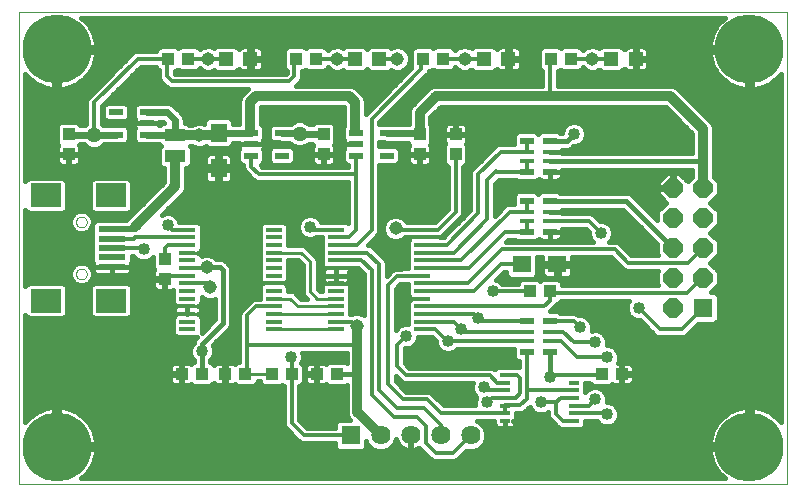
<source format=gtl>
G75*
G70*
%OFA0B0*%
%FSLAX24Y24*%
%IPPOS*%
%LPD*%
%AMOC8*
5,1,8,0,0,1.08239X$1,22.5*
%
%ADD10C,0.0000*%
%ADD11R,0.0394X0.0433*%
%ADD12R,0.0472X0.0472*%
%ADD13R,0.0433X0.0394*%
%ADD14R,0.0630X0.0551*%
%ADD15R,0.0701X0.0402*%
%ADD16R,0.0551X0.0630*%
%ADD17R,0.0354X0.0138*%
%ADD18C,0.2300*%
%ADD19R,0.0984X0.0787*%
%ADD20R,0.0906X0.0197*%
%ADD21R,0.0453X0.0173*%
%ADD22R,0.0453X0.0248*%
%ADD23R,0.0640X0.0640*%
%ADD24OC8,0.0640*%
%ADD25C,0.0640*%
%ADD26R,0.0550X0.0137*%
%ADD27R,0.0472X0.0217*%
%ADD28C,0.0160*%
%ADD29C,0.0120*%
%ADD30C,0.0100*%
%ADD31C,0.0450*%
%ADD32C,0.0400*%
%ADD33C,0.0500*%
%ADD34C,0.0320*%
%ADD35C,0.0200*%
%ADD36C,0.0240*%
D10*
X001431Y005039D02*
X027022Y005039D01*
X027022Y020787D01*
X001431Y020787D01*
X001431Y005039D01*
X003324Y012047D02*
X003326Y012073D01*
X003332Y012099D01*
X003342Y012124D01*
X003355Y012147D01*
X003371Y012167D01*
X003391Y012185D01*
X003413Y012200D01*
X003436Y012212D01*
X003462Y012220D01*
X003488Y012224D01*
X003514Y012224D01*
X003540Y012220D01*
X003566Y012212D01*
X003590Y012200D01*
X003611Y012185D01*
X003631Y012167D01*
X003647Y012147D01*
X003660Y012124D01*
X003670Y012099D01*
X003676Y012073D01*
X003678Y012047D01*
X003676Y012021D01*
X003670Y011995D01*
X003660Y011970D01*
X003647Y011947D01*
X003631Y011927D01*
X003611Y011909D01*
X003589Y011894D01*
X003566Y011882D01*
X003540Y011874D01*
X003514Y011870D01*
X003488Y011870D01*
X003462Y011874D01*
X003436Y011882D01*
X003412Y011894D01*
X003391Y011909D01*
X003371Y011927D01*
X003355Y011947D01*
X003342Y011970D01*
X003332Y011995D01*
X003326Y012021D01*
X003324Y012047D01*
X003324Y013780D02*
X003326Y013806D01*
X003332Y013832D01*
X003342Y013857D01*
X003355Y013880D01*
X003371Y013900D01*
X003391Y013918D01*
X003413Y013933D01*
X003436Y013945D01*
X003462Y013953D01*
X003488Y013957D01*
X003514Y013957D01*
X003540Y013953D01*
X003566Y013945D01*
X003590Y013933D01*
X003611Y013918D01*
X003631Y013900D01*
X003647Y013880D01*
X003660Y013857D01*
X003670Y013832D01*
X003676Y013806D01*
X003678Y013780D01*
X003676Y013754D01*
X003670Y013728D01*
X003660Y013703D01*
X003647Y013680D01*
X003631Y013660D01*
X003611Y013642D01*
X003589Y013627D01*
X003566Y013615D01*
X003540Y013607D01*
X003514Y013603D01*
X003488Y013603D01*
X003462Y013607D01*
X003436Y013615D01*
X003412Y013627D01*
X003391Y013642D01*
X003371Y013660D01*
X003355Y013680D01*
X003342Y013703D01*
X003332Y013728D01*
X003326Y013754D01*
X003324Y013780D01*
D11*
X006276Y012548D03*
X006276Y011879D03*
X009842Y008713D03*
X010511Y008713D03*
X018442Y011463D03*
X019111Y011463D03*
X015976Y016029D03*
X015976Y016698D03*
X014776Y016698D03*
X014776Y016029D03*
X011576Y016029D03*
X011576Y016698D03*
X011311Y019213D03*
X010642Y019213D03*
X007061Y019213D03*
X006392Y019213D03*
X003076Y016698D03*
X003076Y016029D03*
X014892Y019213D03*
X015561Y019213D03*
X019142Y019213D03*
X019811Y019213D03*
D12*
X021163Y019213D03*
X021990Y019213D03*
X017740Y019213D03*
X016913Y019213D03*
X013440Y019213D03*
X012613Y019213D03*
X009140Y019213D03*
X008313Y019213D03*
D13*
X008292Y008713D03*
X008961Y008713D03*
X007511Y008713D03*
X006842Y008713D03*
X011342Y008713D03*
X012011Y008713D03*
X020842Y008713D03*
X021511Y008713D03*
D14*
X019367Y012363D03*
X018186Y012363D03*
D15*
X006626Y015963D03*
X006626Y016664D03*
D16*
X008076Y016754D03*
X008076Y015573D03*
D17*
X017625Y008681D03*
X017625Y008425D03*
X017625Y008169D03*
X017625Y007913D03*
X017625Y007657D03*
X017625Y007402D03*
X017625Y007146D03*
X019928Y007146D03*
X019928Y007402D03*
X019928Y007657D03*
X019928Y007913D03*
X019928Y008169D03*
X019928Y008425D03*
X019928Y008681D03*
D18*
X025772Y006289D03*
X002681Y006289D03*
X002681Y019537D03*
X025772Y019537D03*
D19*
X004486Y014665D03*
X002320Y014665D03*
X002320Y011161D03*
X004486Y011161D03*
D20*
X004525Y012283D03*
X004525Y012598D03*
X004525Y012913D03*
X004525Y013228D03*
X004525Y013543D03*
D21*
X018343Y013806D03*
X018343Y014121D03*
X019110Y014121D03*
X019110Y013806D03*
X019110Y015806D03*
X019110Y016121D03*
X018343Y016121D03*
X018343Y015806D03*
X018343Y010121D03*
X018343Y009806D03*
X019110Y009806D03*
X019110Y010121D03*
D22*
X019110Y010473D03*
X018343Y010473D03*
X018343Y009454D03*
X019110Y009454D03*
X019110Y013454D03*
X018343Y013454D03*
X018343Y014473D03*
X019110Y014473D03*
X019110Y015454D03*
X018343Y015454D03*
X018343Y016473D03*
X019110Y016473D03*
D23*
X024226Y010913D03*
X012476Y006663D03*
D24*
X023226Y010913D03*
X023226Y011913D03*
X024226Y011913D03*
X024226Y012913D03*
X023226Y012913D03*
X023226Y013913D03*
X024226Y013913D03*
X024226Y014913D03*
X023226Y014913D03*
D25*
X016476Y006663D03*
X015476Y006663D03*
X014476Y006663D03*
X013476Y006663D03*
D26*
X014866Y010200D03*
X014866Y010456D03*
X014866Y010712D03*
X014866Y010968D03*
X014866Y011224D03*
X014866Y011480D03*
X014866Y011735D03*
X014866Y011991D03*
X014866Y012247D03*
X014866Y012503D03*
X014866Y012759D03*
X014866Y013015D03*
X014866Y013271D03*
X014866Y013527D03*
X011987Y013527D03*
X011987Y013271D03*
X011987Y013015D03*
X011987Y012759D03*
X011987Y012503D03*
X011987Y012247D03*
X011987Y011991D03*
X011987Y011735D03*
X011987Y011480D03*
X011987Y011224D03*
X011987Y010968D03*
X011987Y010712D03*
X011987Y010456D03*
X011987Y010200D03*
X009916Y010200D03*
X009916Y010456D03*
X009916Y010712D03*
X009916Y010968D03*
X009916Y011224D03*
X009916Y011480D03*
X009916Y011735D03*
X009916Y011991D03*
X009916Y012247D03*
X009916Y012503D03*
X009916Y012759D03*
X009916Y013015D03*
X009916Y013271D03*
X009916Y013527D03*
X007037Y013527D03*
X007037Y013271D03*
X007037Y013015D03*
X007037Y012759D03*
X007037Y012503D03*
X007037Y012247D03*
X007037Y011991D03*
X007037Y011735D03*
X007037Y011480D03*
X007037Y011224D03*
X007037Y010968D03*
X007037Y010712D03*
X007037Y010456D03*
X007037Y010200D03*
D27*
X009165Y015989D03*
X009165Y016363D03*
X009165Y016737D03*
X010188Y016737D03*
X010188Y015989D03*
X012665Y015989D03*
X012665Y016363D03*
X012665Y016737D03*
X013688Y016737D03*
X013688Y015989D03*
X005688Y016689D03*
X005688Y017063D03*
X005688Y017437D03*
X004665Y017437D03*
X004665Y016689D03*
D28*
X004757Y016998D02*
X004728Y017009D01*
X004217Y017009D01*
X004186Y017040D01*
X004186Y017656D01*
X005484Y018953D01*
X005995Y018953D01*
X005995Y018914D01*
X006092Y018817D01*
X006092Y018689D01*
X006092Y018586D01*
X006132Y018490D01*
X006306Y018316D01*
X006379Y018243D01*
X006475Y018203D01*
X009057Y018203D01*
X009021Y018167D01*
X008821Y017967D01*
X008766Y017835D01*
X008766Y017692D01*
X008766Y017057D01*
X008552Y017057D01*
X008552Y017152D01*
X008435Y017269D01*
X007718Y017269D01*
X007601Y017152D01*
X007601Y017051D01*
X007511Y017088D01*
X007342Y017088D01*
X007186Y017024D01*
X007100Y017024D01*
X007060Y017065D01*
X006946Y017065D01*
X006946Y017227D01*
X006898Y017345D01*
X006808Y017435D01*
X006624Y017619D01*
X006534Y017709D01*
X006416Y017757D01*
X005625Y017757D01*
X005596Y017746D01*
X005369Y017746D01*
X005252Y017629D01*
X005252Y017246D01*
X005279Y017220D01*
X005272Y017195D01*
X005272Y017064D01*
X005688Y017064D01*
X005688Y017063D01*
X005272Y017063D01*
X005272Y016931D01*
X005279Y016907D01*
X005252Y016880D01*
X005252Y016498D01*
X005369Y016381D01*
X005596Y016381D01*
X005625Y016369D01*
X006087Y016369D01*
X006143Y016313D01*
X006076Y016247D01*
X006076Y015679D01*
X006193Y015562D01*
X006266Y015562D01*
X006266Y015112D01*
X004997Y013843D01*
X004465Y013843D01*
X004462Y013842D01*
X003989Y013842D01*
X003879Y013731D01*
X003879Y013855D01*
X003821Y013993D01*
X003715Y014099D01*
X003576Y014157D01*
X003426Y014157D01*
X003288Y014099D01*
X003182Y013993D01*
X003124Y013855D01*
X003124Y013704D01*
X003182Y013566D01*
X003288Y013460D01*
X003426Y013402D01*
X003576Y013402D01*
X003715Y013460D01*
X003821Y013566D01*
X003872Y013689D01*
X003872Y013362D01*
X003872Y013047D01*
X003872Y012780D01*
X003872Y012417D01*
X003892Y012397D01*
X003892Y012284D01*
X004525Y012284D01*
X004525Y012283D01*
X004525Y012283D01*
X004525Y012005D01*
X004049Y012005D01*
X004003Y012017D01*
X003962Y012041D01*
X003928Y012074D01*
X003905Y012116D01*
X003892Y012161D01*
X003892Y012283D01*
X004525Y012283D01*
X004525Y012005D01*
X005002Y012005D01*
X005047Y012017D01*
X005088Y012041D01*
X005122Y012074D01*
X005146Y012116D01*
X005158Y012161D01*
X005158Y012283D01*
X004525Y012283D01*
X004525Y012284D01*
X005158Y012284D01*
X005158Y012397D01*
X005178Y012417D01*
X005178Y012653D01*
X005231Y012653D01*
X005237Y012637D01*
X005350Y012524D01*
X005497Y012463D01*
X005656Y012463D01*
X005803Y012524D01*
X005880Y012601D01*
X005880Y012249D01*
X005931Y012197D01*
X005912Y012165D01*
X005900Y012119D01*
X005900Y011897D01*
X006258Y011897D01*
X006258Y011860D01*
X006295Y011860D01*
X006295Y011482D01*
X006497Y011482D01*
X006543Y011494D01*
X006562Y011506D01*
X006562Y011328D01*
X006562Y011072D01*
X006582Y011052D01*
X006582Y010968D01*
X006666Y010968D01*
X006667Y010967D01*
X006582Y010967D01*
X006582Y010875D01*
X006592Y010840D01*
X006582Y010804D01*
X006582Y010712D01*
X006667Y010712D01*
X006666Y010712D01*
X006582Y010712D01*
X006582Y010627D01*
X006562Y010607D01*
X006562Y010305D01*
X006562Y010049D01*
X006679Y009931D01*
X007349Y009931D01*
X007289Y009872D01*
X007246Y009769D01*
X007246Y009749D01*
X007187Y009690D01*
X007126Y009543D01*
X007126Y009384D01*
X007187Y009237D01*
X007246Y009178D01*
X007246Y009110D01*
X007212Y009110D01*
X007161Y009059D01*
X007128Y009078D01*
X007082Y009090D01*
X006860Y009090D01*
X006860Y008732D01*
X006823Y008732D01*
X006823Y008695D01*
X006445Y008695D01*
X006445Y008493D01*
X006458Y008447D01*
X006481Y008406D01*
X006515Y008372D01*
X006556Y008349D01*
X006602Y008337D01*
X006823Y008337D01*
X006823Y008695D01*
X006860Y008695D01*
X006860Y008337D01*
X007082Y008337D01*
X007128Y008349D01*
X007161Y008368D01*
X007212Y008317D01*
X007810Y008317D01*
X007920Y008426D01*
X007931Y008406D01*
X007965Y008372D01*
X008006Y008349D01*
X008052Y008337D01*
X008273Y008337D01*
X008273Y008695D01*
X008310Y008695D01*
X008310Y008337D01*
X008532Y008337D01*
X008578Y008349D01*
X008611Y008368D01*
X008662Y008317D01*
X009260Y008317D01*
X009378Y008434D01*
X009378Y008463D01*
X009445Y008463D01*
X009445Y008414D01*
X009562Y008297D01*
X010121Y008297D01*
X010176Y008352D01*
X010231Y008297D01*
X010251Y008297D01*
X010251Y007130D01*
X010251Y007027D01*
X010291Y006931D01*
X010706Y006516D01*
X010779Y006443D01*
X010875Y006403D01*
X011956Y006403D01*
X011956Y006261D01*
X012074Y006143D01*
X012879Y006143D01*
X012996Y006261D01*
X012996Y006464D01*
X013036Y006369D01*
X013182Y006223D01*
X013373Y006143D01*
X013580Y006143D01*
X013771Y006223D01*
X013917Y006369D01*
X013990Y006544D01*
X014013Y006471D01*
X014049Y006401D01*
X014095Y006338D01*
X014151Y006282D01*
X014214Y006236D01*
X014284Y006200D01*
X014359Y006176D01*
X014437Y006163D01*
X014456Y006163D01*
X014456Y006643D01*
X014496Y006643D01*
X014496Y006163D01*
X014516Y006163D01*
X014594Y006176D01*
X014668Y006200D01*
X014739Y006236D01*
X014766Y006256D01*
X014829Y006193D01*
X015106Y005916D01*
X015179Y005843D01*
X015275Y005803D01*
X015825Y005803D01*
X015928Y005803D01*
X016024Y005843D01*
X016338Y006158D01*
X016373Y006143D01*
X016580Y006143D01*
X016771Y006223D01*
X016917Y006369D01*
X016996Y006560D01*
X016996Y006767D01*
X016917Y006958D01*
X016771Y007104D01*
X016681Y007142D01*
X017268Y007142D01*
X017268Y007053D01*
X017280Y007007D01*
X017304Y006966D01*
X017337Y006933D01*
X017378Y006909D01*
X017424Y006897D01*
X017625Y006897D01*
X017826Y006897D01*
X017871Y006909D01*
X017913Y006933D01*
X017946Y006966D01*
X017970Y007007D01*
X017982Y007053D01*
X017982Y007145D01*
X017898Y007145D01*
X017898Y007146D01*
X017982Y007146D01*
X017982Y007230D01*
X018002Y007250D01*
X018002Y007403D01*
X018178Y007403D01*
X018274Y007443D01*
X018347Y007516D01*
X018452Y007622D01*
X018487Y007537D01*
X018600Y007424D01*
X018747Y007363D01*
X018906Y007363D01*
X019053Y007424D01*
X019066Y007438D01*
X019066Y007312D01*
X019106Y007216D01*
X019179Y007143D01*
X019397Y006925D01*
X019492Y006886D01*
X019596Y006886D01*
X019659Y006886D01*
X019668Y006877D01*
X020188Y006877D01*
X020305Y006994D01*
X020305Y007142D01*
X020685Y007142D01*
X020687Y007137D01*
X020800Y007024D01*
X020947Y006963D01*
X021106Y006963D01*
X021253Y007024D01*
X021366Y007137D01*
X021426Y007284D01*
X021426Y007443D01*
X021366Y007590D01*
X021253Y007702D01*
X021106Y007763D01*
X021018Y007763D01*
X021026Y007784D01*
X021026Y007943D01*
X020966Y008090D01*
X020853Y008202D01*
X020706Y008263D01*
X020547Y008263D01*
X020400Y008202D01*
X020305Y008108D01*
X020305Y008273D01*
X020305Y008421D01*
X020438Y008421D01*
X020542Y008317D01*
X021141Y008317D01*
X021192Y008368D01*
X021225Y008349D01*
X021271Y008337D01*
X021493Y008337D01*
X021493Y008695D01*
X021530Y008695D01*
X021530Y008732D01*
X021908Y008732D01*
X021908Y008934D01*
X021895Y008980D01*
X021872Y009021D01*
X021838Y009054D01*
X021797Y009078D01*
X021751Y009090D01*
X021530Y009090D01*
X021530Y008732D01*
X021493Y008732D01*
X021493Y009090D01*
X021388Y009090D01*
X021426Y009184D01*
X021426Y009343D01*
X021366Y009490D01*
X021253Y009602D01*
X021106Y009663D01*
X021018Y009663D01*
X021026Y009684D01*
X021026Y009843D01*
X020966Y009990D01*
X020853Y010102D01*
X020706Y010163D01*
X020547Y010163D01*
X020512Y010149D01*
X020526Y010184D01*
X020526Y010343D01*
X020466Y010490D01*
X020353Y010602D01*
X020206Y010663D01*
X020094Y010663D01*
X020064Y010694D01*
X019968Y010733D01*
X019484Y010733D01*
X019420Y010797D01*
X019128Y010797D01*
X019331Y011001D01*
X019351Y011047D01*
X019391Y011047D01*
X019497Y011153D01*
X021751Y011153D01*
X021737Y011140D01*
X021676Y010993D01*
X021676Y010834D01*
X021737Y010687D01*
X021850Y010574D01*
X021997Y010513D01*
X022109Y010513D01*
X022629Y009993D01*
X022725Y009953D01*
X022828Y009953D01*
X023578Y009953D01*
X023674Y009993D01*
X023747Y010066D01*
X024074Y010393D01*
X024629Y010393D01*
X024746Y010511D01*
X024746Y011316D01*
X024629Y011433D01*
X024482Y011433D01*
X024746Y011698D01*
X024746Y012129D01*
X024462Y012413D01*
X024746Y012698D01*
X024746Y013129D01*
X024462Y013413D01*
X024746Y013698D01*
X024746Y014129D01*
X024462Y014413D01*
X024746Y014698D01*
X024746Y015129D01*
X024586Y015289D01*
X024586Y015935D01*
X024586Y016935D01*
X024532Y017067D01*
X024430Y017169D01*
X023330Y018269D01*
X023198Y018323D01*
X023055Y018323D01*
X019386Y018323D01*
X019386Y018797D01*
X019421Y018797D01*
X019476Y018852D01*
X019531Y018797D01*
X020091Y018797D01*
X020208Y018914D01*
X020208Y018931D01*
X020286Y018853D01*
X020442Y018788D01*
X020611Y018788D01*
X020767Y018853D01*
X020768Y018854D01*
X020844Y018777D01*
X021482Y018777D01*
X021596Y018891D01*
X021610Y018867D01*
X021643Y018833D01*
X021684Y018809D01*
X021730Y018797D01*
X021952Y018797D01*
X021952Y019175D01*
X022028Y019175D01*
X022028Y018797D01*
X022250Y018797D01*
X022296Y018809D01*
X022337Y018833D01*
X022370Y018867D01*
X022394Y018908D01*
X022406Y018953D01*
X022406Y019175D01*
X022028Y019175D01*
X022028Y019251D01*
X022406Y019251D01*
X022406Y019473D01*
X022394Y019519D01*
X022370Y019560D01*
X022337Y019594D01*
X022296Y019617D01*
X022250Y019630D01*
X022028Y019630D01*
X022028Y019252D01*
X021952Y019252D01*
X021952Y019630D01*
X021730Y019630D01*
X021684Y019617D01*
X021643Y019594D01*
X021610Y019560D01*
X021596Y019536D01*
X021482Y019650D01*
X020844Y019650D01*
X020768Y019573D01*
X020767Y019574D01*
X020611Y019638D01*
X020442Y019638D01*
X020286Y019574D01*
X020208Y019496D01*
X020208Y019513D01*
X020091Y019630D01*
X019531Y019630D01*
X019476Y019575D01*
X019421Y019630D01*
X018862Y019630D01*
X018745Y019513D01*
X018745Y018914D01*
X018862Y018797D01*
X018866Y018797D01*
X018866Y018323D01*
X015398Y018323D01*
X015255Y018323D01*
X015123Y018269D01*
X014471Y017617D01*
X014416Y017485D01*
X014416Y017342D01*
X014416Y017057D01*
X013625Y017057D01*
X013596Y017046D01*
X013436Y017046D01*
X013436Y017106D01*
X014974Y018643D01*
X015047Y018716D01*
X015080Y018797D01*
X015171Y018797D01*
X015226Y018852D01*
X015281Y018797D01*
X015841Y018797D01*
X015958Y018914D01*
X015958Y018931D01*
X016036Y018853D01*
X016192Y018788D01*
X016361Y018788D01*
X016517Y018853D01*
X016518Y018854D01*
X016594Y018777D01*
X017232Y018777D01*
X017346Y018891D01*
X017360Y018867D01*
X017393Y018833D01*
X017434Y018809D01*
X017480Y018797D01*
X017702Y018797D01*
X017702Y019175D01*
X017778Y019175D01*
X017778Y018797D01*
X018000Y018797D01*
X018046Y018809D01*
X018087Y018833D01*
X018120Y018867D01*
X018144Y018908D01*
X018156Y018953D01*
X018156Y019175D01*
X017778Y019175D01*
X017778Y019251D01*
X018156Y019251D01*
X018156Y019473D01*
X018144Y019519D01*
X018120Y019560D01*
X018087Y019594D01*
X018046Y019617D01*
X018000Y019630D01*
X017778Y019630D01*
X017778Y019252D01*
X017702Y019252D01*
X017702Y019630D01*
X017480Y019630D01*
X017434Y019617D01*
X017393Y019594D01*
X017360Y019560D01*
X017346Y019536D01*
X017232Y019650D01*
X016594Y019650D01*
X016518Y019573D01*
X016517Y019574D01*
X016361Y019638D01*
X016192Y019638D01*
X016036Y019574D01*
X015958Y019496D01*
X015958Y019513D01*
X015841Y019630D01*
X015281Y019630D01*
X015226Y019575D01*
X015171Y019630D01*
X014612Y019630D01*
X014495Y019513D01*
X014495Y019133D01*
X014494Y019131D01*
X014495Y019115D01*
X014495Y018914D01*
X014502Y018907D01*
X012986Y017391D01*
X012986Y017692D01*
X012986Y017835D01*
X012932Y017967D01*
X012732Y018167D01*
X012630Y018269D01*
X012498Y018323D01*
X010654Y018323D01*
X010823Y018492D01*
X010862Y018588D01*
X010862Y018691D01*
X010862Y018797D01*
X010921Y018797D01*
X010976Y018852D01*
X011031Y018797D01*
X011591Y018797D01*
X011708Y018914D01*
X011708Y018931D01*
X011786Y018853D01*
X011942Y018788D01*
X012111Y018788D01*
X012232Y018839D01*
X012294Y018777D01*
X012932Y018777D01*
X013026Y018871D01*
X013121Y018777D01*
X013759Y018777D01*
X013820Y018839D01*
X013942Y018788D01*
X014111Y018788D01*
X014267Y018853D01*
X014387Y018973D01*
X014451Y019129D01*
X014451Y019298D01*
X014387Y019454D01*
X014267Y019574D01*
X014111Y019638D01*
X013942Y019638D01*
X013820Y019588D01*
X013759Y019650D01*
X013121Y019650D01*
X013026Y019555D01*
X012932Y019650D01*
X012294Y019650D01*
X012232Y019588D01*
X012111Y019638D01*
X011942Y019638D01*
X011786Y019574D01*
X011708Y019496D01*
X011708Y019513D01*
X011591Y019630D01*
X011031Y019630D01*
X010976Y019575D01*
X010921Y019630D01*
X010362Y019630D01*
X010245Y019513D01*
X010245Y018914D01*
X010342Y018817D01*
X010342Y018747D01*
X010319Y018723D01*
X006634Y018723D01*
X006612Y018745D01*
X006612Y018797D01*
X006671Y018797D01*
X006726Y018852D01*
X006781Y018797D01*
X007341Y018797D01*
X007441Y018897D01*
X007486Y018853D01*
X007642Y018788D01*
X007811Y018788D01*
X007932Y018839D01*
X007994Y018777D01*
X008632Y018777D01*
X008746Y018891D01*
X008760Y018867D01*
X008793Y018833D01*
X008834Y018809D01*
X008880Y018797D01*
X009102Y018797D01*
X009102Y019175D01*
X009178Y019175D01*
X009178Y018797D01*
X009400Y018797D01*
X009446Y018809D01*
X009487Y018833D01*
X009520Y018867D01*
X009544Y018908D01*
X009556Y018953D01*
X009556Y019175D01*
X009178Y019175D01*
X009178Y019251D01*
X009556Y019251D01*
X009556Y019473D01*
X009544Y019519D01*
X009520Y019560D01*
X009487Y019594D01*
X009446Y019617D01*
X009400Y019630D01*
X009178Y019630D01*
X009178Y019252D01*
X009102Y019252D01*
X009102Y019630D01*
X008880Y019630D01*
X008834Y019617D01*
X008793Y019594D01*
X008760Y019560D01*
X008746Y019536D01*
X008632Y019650D01*
X007994Y019650D01*
X007932Y019588D01*
X007811Y019638D01*
X007642Y019638D01*
X007486Y019574D01*
X007441Y019529D01*
X007341Y019630D01*
X006781Y019630D01*
X006726Y019575D01*
X006671Y019630D01*
X006112Y019630D01*
X005995Y019513D01*
X005995Y019473D01*
X005428Y019473D01*
X005325Y019473D01*
X005229Y019434D01*
X003779Y017984D01*
X003706Y017911D01*
X003666Y017815D01*
X003666Y017040D01*
X003636Y017009D01*
X003461Y017009D01*
X003356Y017115D01*
X002797Y017115D01*
X002680Y016997D01*
X002680Y016399D01*
X002731Y016347D01*
X002712Y016315D01*
X002700Y016269D01*
X002700Y016047D01*
X003058Y016047D01*
X003058Y016010D01*
X003095Y016010D01*
X003095Y015632D01*
X003297Y015632D01*
X003343Y015644D01*
X003384Y015668D01*
X003417Y015702D01*
X003441Y015743D01*
X003453Y015788D01*
X003453Y016010D01*
X003095Y016010D01*
X003095Y016047D01*
X003453Y016047D01*
X003453Y016269D01*
X003441Y016315D01*
X003422Y016347D01*
X003444Y016369D01*
X003584Y016369D01*
X003672Y016282D01*
X003837Y016213D01*
X004016Y016213D01*
X004181Y016282D01*
X004269Y016369D01*
X004728Y016369D01*
X004757Y016381D01*
X004984Y016381D01*
X005101Y016498D01*
X005101Y016880D01*
X004984Y016998D01*
X004757Y016998D01*
X004984Y017129D02*
X004346Y017129D01*
X004228Y017246D01*
X004228Y017629D01*
X004346Y017746D01*
X004984Y017746D01*
X005101Y017629D01*
X005101Y017246D01*
X004984Y017129D01*
X005101Y017247D02*
X005252Y017247D01*
X005252Y017406D02*
X005101Y017406D01*
X005101Y017564D02*
X005252Y017564D01*
X005346Y017723D02*
X005006Y017723D01*
X004571Y018040D02*
X008894Y018040D01*
X008786Y017881D02*
X004412Y017881D01*
X004323Y017723D02*
X004254Y017723D01*
X004228Y017564D02*
X004186Y017564D01*
X004186Y017406D02*
X004228Y017406D01*
X004228Y017247D02*
X004186Y017247D01*
X004186Y017089D02*
X005272Y017089D01*
X005272Y016930D02*
X005051Y016930D01*
X005101Y016772D02*
X005252Y016772D01*
X005252Y016613D02*
X005101Y016613D01*
X005057Y016454D02*
X005296Y016454D01*
X005689Y017063D02*
X005689Y017064D01*
X006104Y017064D01*
X006104Y017117D01*
X006220Y017117D01*
X006273Y017065D01*
X006193Y017065D01*
X006138Y017009D01*
X006104Y017009D01*
X006104Y017063D01*
X005689Y017063D01*
X006104Y017089D02*
X006249Y017089D01*
X006678Y017564D02*
X008766Y017564D01*
X008766Y017406D02*
X006837Y017406D01*
X006938Y017247D02*
X007696Y017247D01*
X007601Y017089D02*
X006946Y017089D01*
X006624Y017619D02*
X006624Y017619D01*
X006499Y017723D02*
X008766Y017723D01*
X008766Y017247D02*
X008457Y017247D01*
X008552Y017089D02*
X008766Y017089D01*
X009486Y017089D02*
X010515Y017089D01*
X010522Y017095D02*
X010484Y017057D01*
X010125Y017057D01*
X010096Y017046D01*
X009869Y017046D01*
X009752Y016929D01*
X009752Y016546D01*
X009869Y016429D01*
X010096Y016429D01*
X010125Y016417D01*
X010436Y016417D01*
X010522Y016332D01*
X010687Y016263D01*
X010866Y016263D01*
X011031Y016332D01*
X011093Y016393D01*
X011185Y016393D01*
X011231Y016347D01*
X011212Y016315D01*
X011200Y016269D01*
X011200Y016047D01*
X011558Y016047D01*
X011558Y016010D01*
X011595Y016010D01*
X011595Y015632D01*
X011797Y015632D01*
X011843Y015644D01*
X011884Y015668D01*
X011917Y015702D01*
X011941Y015743D01*
X011953Y015788D01*
X011953Y016010D01*
X011595Y016010D01*
X011595Y016047D01*
X011953Y016047D01*
X011953Y016269D01*
X011941Y016315D01*
X011922Y016347D01*
X011973Y016399D01*
X011973Y016997D01*
X011856Y017115D01*
X011297Y017115D01*
X011216Y017033D01*
X011093Y017033D01*
X011031Y017095D01*
X010866Y017163D01*
X010687Y017163D01*
X010522Y017095D01*
X009754Y016930D02*
X009599Y016930D01*
X009601Y016929D02*
X009486Y017043D01*
X009486Y017603D01*
X012266Y017603D01*
X012266Y016966D01*
X012228Y016929D01*
X012228Y016546D01*
X012255Y016520D01*
X012248Y016495D01*
X012248Y016364D01*
X012664Y016364D01*
X012664Y016363D01*
X012248Y016363D01*
X012248Y016231D01*
X012255Y016207D01*
X012228Y016180D01*
X012228Y015798D01*
X012346Y015681D01*
X012405Y015681D01*
X012405Y015623D01*
X009534Y015623D01*
X009476Y015681D01*
X009484Y015681D01*
X009601Y015798D01*
X009601Y016180D01*
X009574Y016207D01*
X009581Y016231D01*
X009581Y016363D01*
X009165Y016363D01*
X009165Y016364D01*
X009581Y016364D01*
X009581Y016495D01*
X009574Y016520D01*
X009601Y016546D01*
X009601Y016929D01*
X009601Y016772D02*
X009752Y016772D01*
X009752Y016613D02*
X009601Y016613D01*
X009581Y016454D02*
X009844Y016454D01*
X009869Y016298D02*
X009752Y016180D01*
X009752Y015798D01*
X009869Y015681D01*
X010507Y015681D01*
X010624Y015798D01*
X010624Y016180D01*
X010507Y016298D01*
X009869Y016298D01*
X009868Y016296D02*
X009581Y016296D01*
X009601Y016137D02*
X009752Y016137D01*
X009752Y015979D02*
X009601Y015979D01*
X009601Y015820D02*
X009752Y015820D01*
X009496Y015662D02*
X011280Y015662D01*
X011269Y015668D02*
X011310Y015644D01*
X011356Y015632D01*
X011558Y015632D01*
X011558Y016010D01*
X011200Y016010D01*
X011200Y015788D01*
X011212Y015743D01*
X011236Y015702D01*
X011269Y015668D01*
X011200Y015820D02*
X010624Y015820D01*
X010624Y015979D02*
X011200Y015979D01*
X011200Y016137D02*
X010624Y016137D01*
X010608Y016296D02*
X010509Y016296D01*
X010945Y016296D02*
X011207Y016296D01*
X011558Y015979D02*
X011595Y015979D01*
X011595Y015820D02*
X011558Y015820D01*
X011558Y015662D02*
X011595Y015662D01*
X011873Y015662D02*
X012405Y015662D01*
X012228Y015820D02*
X011953Y015820D01*
X011953Y015979D02*
X012228Y015979D01*
X012228Y016137D02*
X011953Y016137D01*
X011946Y016296D02*
X012248Y016296D01*
X012248Y016454D02*
X011973Y016454D01*
X011973Y016613D02*
X012228Y016613D01*
X012228Y016772D02*
X011973Y016772D01*
X011973Y016930D02*
X012230Y016930D01*
X012266Y017089D02*
X011882Y017089D01*
X012266Y017247D02*
X009486Y017247D01*
X009486Y017406D02*
X012266Y017406D01*
X012266Y017564D02*
X009486Y017564D01*
X009052Y018198D02*
X004729Y018198D01*
X004888Y018357D02*
X006265Y018357D01*
X006121Y018516D02*
X005046Y018516D01*
X005205Y018674D02*
X006092Y018674D01*
X006076Y018833D02*
X005363Y018833D01*
X004945Y019150D02*
X003953Y019150D01*
X003935Y019089D02*
X003973Y019214D01*
X003998Y019342D01*
X004010Y019457D01*
X002761Y019457D01*
X002761Y018209D01*
X002877Y018220D01*
X003005Y018246D01*
X003130Y018284D01*
X003251Y018334D01*
X003366Y018395D01*
X003474Y018468D01*
X003575Y018551D01*
X003668Y018643D01*
X003751Y018744D01*
X003823Y018853D01*
X003885Y018968D01*
X003935Y019089D01*
X003894Y018991D02*
X004787Y018991D01*
X004628Y018833D02*
X003810Y018833D01*
X003693Y018674D02*
X004469Y018674D01*
X004311Y018516D02*
X003533Y018516D01*
X003294Y018357D02*
X004152Y018357D01*
X003994Y018198D02*
X001631Y018198D01*
X001631Y018040D02*
X003835Y018040D01*
X003694Y017881D02*
X001631Y017881D01*
X001631Y017723D02*
X003666Y017723D01*
X003666Y017564D02*
X001631Y017564D01*
X001631Y017406D02*
X003666Y017406D01*
X003666Y017247D02*
X001631Y017247D01*
X001631Y017089D02*
X002771Y017089D01*
X002680Y016930D02*
X001631Y016930D01*
X001631Y016772D02*
X002680Y016772D01*
X002680Y016613D02*
X001631Y016613D01*
X001631Y016454D02*
X002680Y016454D01*
X002707Y016296D02*
X001631Y016296D01*
X001631Y016137D02*
X002700Y016137D01*
X002700Y016010D02*
X002700Y015788D01*
X002712Y015743D01*
X002736Y015702D01*
X002769Y015668D01*
X002810Y015644D01*
X002856Y015632D01*
X003058Y015632D01*
X003058Y016010D01*
X002700Y016010D01*
X002700Y015979D02*
X001631Y015979D01*
X001631Y015820D02*
X002700Y015820D01*
X002780Y015662D02*
X001631Y015662D01*
X001631Y015503D02*
X006266Y015503D01*
X006266Y015345D02*
X001631Y015345D01*
X001745Y015259D02*
X001631Y015145D01*
X001631Y018720D01*
X001695Y018643D01*
X001787Y018551D01*
X001888Y018468D01*
X001997Y018395D01*
X002112Y018334D01*
X002233Y018284D01*
X002358Y018246D01*
X002486Y018220D01*
X002601Y018209D01*
X002601Y019457D01*
X002761Y019457D01*
X002761Y019617D01*
X004010Y019617D01*
X003998Y019733D01*
X003973Y019861D01*
X003935Y019986D01*
X003885Y020107D01*
X003823Y020222D01*
X003751Y020331D01*
X003668Y020432D01*
X003575Y020524D01*
X003498Y020587D01*
X024955Y020587D01*
X024877Y020524D01*
X024785Y020432D01*
X024702Y020331D01*
X024630Y020222D01*
X024568Y020107D01*
X024518Y019986D01*
X024480Y019861D01*
X024455Y019733D01*
X024443Y019617D01*
X025692Y019617D01*
X025692Y019457D01*
X025852Y019457D01*
X025852Y018209D01*
X025967Y018220D01*
X026095Y018246D01*
X026220Y018284D01*
X026341Y018334D01*
X026456Y018395D01*
X026565Y018468D01*
X026666Y018551D01*
X026758Y018643D01*
X026822Y018720D01*
X026822Y007106D01*
X026758Y007184D01*
X026666Y007276D01*
X026565Y007359D01*
X026456Y007431D01*
X026341Y007493D01*
X026220Y007543D01*
X026095Y007581D01*
X025967Y007607D01*
X025852Y007618D01*
X025852Y006370D01*
X025692Y006370D01*
X025692Y007618D01*
X025576Y007607D01*
X025448Y007581D01*
X025323Y007543D01*
X025202Y007493D01*
X025087Y007431D01*
X024978Y007359D01*
X024877Y007276D01*
X024785Y007184D01*
X024702Y007083D01*
X024630Y006974D01*
X024568Y006859D01*
X024518Y006738D01*
X024480Y006613D01*
X024455Y006485D01*
X024443Y006369D01*
X025692Y006369D01*
X025692Y006209D01*
X024443Y006209D01*
X024455Y006094D01*
X024480Y005966D01*
X024518Y005841D01*
X024568Y005720D01*
X024630Y005605D01*
X024702Y005496D01*
X024785Y005395D01*
X024877Y005303D01*
X024955Y005239D01*
X003498Y005239D01*
X003575Y005303D01*
X003668Y005395D01*
X003751Y005496D01*
X003823Y005605D01*
X003885Y005720D01*
X003935Y005841D01*
X003973Y005966D01*
X003998Y006094D01*
X004010Y006209D01*
X002761Y006209D01*
X002761Y006369D01*
X004010Y006369D01*
X003998Y006485D01*
X003973Y006613D01*
X003935Y006738D01*
X003885Y006859D01*
X003823Y006974D01*
X003751Y007083D01*
X003668Y007184D01*
X003575Y007276D01*
X003474Y007359D01*
X003366Y007431D01*
X003251Y007493D01*
X003130Y007543D01*
X003005Y007581D01*
X002877Y007607D01*
X002761Y007618D01*
X002761Y006370D01*
X002601Y006370D01*
X002601Y007618D01*
X002486Y007607D01*
X002358Y007581D01*
X002233Y007543D01*
X002112Y007493D01*
X001997Y007431D01*
X001888Y007359D01*
X001787Y007276D01*
X001695Y007184D01*
X001631Y007106D01*
X001631Y010682D01*
X001745Y010568D01*
X002895Y010568D01*
X003012Y010685D01*
X003012Y011638D01*
X002895Y011755D01*
X001745Y011755D01*
X001631Y011641D01*
X001631Y014186D01*
X001745Y014072D01*
X002895Y014072D01*
X003012Y014189D01*
X003012Y015142D01*
X002895Y015259D01*
X001745Y015259D01*
X001673Y015186D02*
X001631Y015186D01*
X002968Y015186D02*
X003838Y015186D01*
X003794Y015142D02*
X003794Y014189D01*
X003911Y014072D01*
X005061Y014072D01*
X005178Y014189D01*
X005178Y015142D01*
X005061Y015259D01*
X003911Y015259D01*
X003794Y015142D01*
X003794Y015028D02*
X003012Y015028D01*
X003012Y014869D02*
X003794Y014869D01*
X003794Y014711D02*
X003012Y014711D01*
X003012Y014552D02*
X003794Y014552D01*
X003794Y014393D02*
X003012Y014393D01*
X003012Y014235D02*
X003794Y014235D01*
X003738Y014076D02*
X003906Y014076D01*
X003852Y013918D02*
X005072Y013918D01*
X005065Y014076D02*
X005230Y014076D01*
X005178Y014235D02*
X005389Y014235D01*
X005547Y014393D02*
X005178Y014393D01*
X005178Y014552D02*
X005706Y014552D01*
X005864Y014711D02*
X005178Y014711D01*
X005178Y014869D02*
X006023Y014869D01*
X006182Y015028D02*
X005178Y015028D01*
X005134Y015186D02*
X006266Y015186D01*
X006094Y015662D02*
X003373Y015662D01*
X003453Y015820D02*
X006076Y015820D01*
X006076Y015979D02*
X003453Y015979D01*
X003453Y016137D02*
X006076Y016137D01*
X006125Y016296D02*
X004195Y016296D01*
X003657Y016296D02*
X003446Y016296D01*
X003095Y015979D02*
X003058Y015979D01*
X003058Y015820D02*
X003095Y015820D01*
X003095Y015662D02*
X003058Y015662D01*
X003382Y017089D02*
X003666Y017089D01*
X002761Y018357D02*
X002601Y018357D01*
X002601Y018516D02*
X002761Y018516D01*
X002761Y018674D02*
X002601Y018674D01*
X002601Y018833D02*
X002761Y018833D01*
X002761Y018991D02*
X002601Y018991D01*
X002601Y019150D02*
X002761Y019150D01*
X002761Y019308D02*
X002601Y019308D01*
X002761Y019467D02*
X005309Y019467D01*
X005104Y019308D02*
X003992Y019308D01*
X004009Y019625D02*
X006108Y019625D01*
X006676Y019625D02*
X006777Y019625D01*
X007026Y019213D02*
X007061Y019213D01*
X007345Y019625D02*
X007611Y019625D01*
X007842Y019625D02*
X007970Y019625D01*
X008656Y019625D02*
X008864Y019625D01*
X009102Y019625D02*
X009178Y019625D01*
X009178Y019467D02*
X009102Y019467D01*
X009102Y019308D02*
X009178Y019308D01*
X009178Y019150D02*
X009102Y019150D01*
X009102Y018991D02*
X009178Y018991D01*
X009178Y018833D02*
X009102Y018833D01*
X008794Y018833D02*
X008688Y018833D01*
X007939Y018833D02*
X007918Y018833D01*
X007535Y018833D02*
X007377Y018833D01*
X006746Y018833D02*
X006707Y018833D01*
X009486Y018833D02*
X010326Y018833D01*
X010245Y018991D02*
X009556Y018991D01*
X009556Y019150D02*
X010245Y019150D01*
X010245Y019308D02*
X009556Y019308D01*
X009556Y019467D02*
X010245Y019467D01*
X010358Y019625D02*
X009415Y019625D01*
X010926Y019625D02*
X011027Y019625D01*
X011595Y019625D02*
X011911Y019625D01*
X012142Y019625D02*
X012270Y019625D01*
X012956Y019625D02*
X013097Y019625D01*
X013276Y019213D02*
X013440Y019213D01*
X013783Y019625D02*
X013911Y019625D01*
X014142Y019625D02*
X014608Y019625D01*
X014495Y019467D02*
X014374Y019467D01*
X014447Y019308D02*
X014495Y019308D01*
X014495Y019150D02*
X014451Y019150D01*
X014495Y018991D02*
X014394Y018991D01*
X014428Y018833D02*
X014218Y018833D01*
X014270Y018674D02*
X010862Y018674D01*
X010833Y018516D02*
X014111Y018516D01*
X013952Y018357D02*
X010688Y018357D01*
X010957Y018833D02*
X010996Y018833D01*
X011627Y018833D02*
X011835Y018833D01*
X012218Y018833D02*
X012239Y018833D01*
X012988Y018833D02*
X013065Y018833D01*
X013814Y018833D02*
X013835Y018833D01*
X014776Y019087D02*
X014892Y019213D01*
X015176Y019625D02*
X015277Y019625D01*
X015561Y019213D02*
X015663Y019203D01*
X015845Y019625D02*
X016161Y019625D01*
X016392Y019625D02*
X016570Y019625D01*
X017256Y019625D02*
X017464Y019625D01*
X017702Y019625D02*
X017778Y019625D01*
X017778Y019467D02*
X017702Y019467D01*
X017702Y019308D02*
X017778Y019308D01*
X017778Y019150D02*
X017702Y019150D01*
X017702Y018991D02*
X017778Y018991D01*
X017778Y018833D02*
X017702Y018833D01*
X017394Y018833D02*
X017288Y018833D01*
X016539Y018833D02*
X016468Y018833D01*
X016085Y018833D02*
X015877Y018833D01*
X015246Y018833D02*
X015207Y018833D01*
X015005Y018674D02*
X018866Y018674D01*
X018866Y018516D02*
X014846Y018516D01*
X014688Y018357D02*
X018866Y018357D01*
X019386Y018357D02*
X025159Y018357D01*
X025202Y018334D02*
X025087Y018395D01*
X024978Y018468D01*
X024877Y018551D01*
X024785Y018643D01*
X024702Y018744D01*
X024630Y018853D01*
X024568Y018968D01*
X024518Y019089D01*
X024480Y019214D01*
X024455Y019342D01*
X024443Y019457D01*
X025692Y019457D01*
X025692Y018209D01*
X025576Y018220D01*
X025448Y018246D01*
X025323Y018284D01*
X025202Y018334D01*
X024920Y018516D02*
X019386Y018516D01*
X019386Y018674D02*
X024760Y018674D01*
X024643Y018833D02*
X022336Y018833D01*
X022406Y018991D02*
X024558Y018991D01*
X024499Y019150D02*
X022406Y019150D01*
X022406Y019308D02*
X024461Y019308D01*
X024444Y019625D02*
X022265Y019625D01*
X022406Y019467D02*
X025692Y019467D01*
X025692Y019308D02*
X025852Y019308D01*
X025852Y019150D02*
X025692Y019150D01*
X025692Y018991D02*
X025852Y018991D01*
X025852Y018833D02*
X025692Y018833D01*
X025692Y018674D02*
X025852Y018674D01*
X025852Y018516D02*
X025692Y018516D01*
X025692Y018357D02*
X025852Y018357D01*
X026385Y018357D02*
X026822Y018357D01*
X026822Y018516D02*
X026623Y018516D01*
X026784Y018674D02*
X026822Y018674D01*
X026822Y018198D02*
X023400Y018198D01*
X023559Y018040D02*
X026822Y018040D01*
X026822Y017881D02*
X023718Y017881D01*
X023876Y017723D02*
X026822Y017723D01*
X026822Y017564D02*
X024035Y017564D01*
X024193Y017406D02*
X026822Y017406D01*
X026822Y017247D02*
X024352Y017247D01*
X024510Y017089D02*
X026822Y017089D01*
X026822Y016930D02*
X024586Y016930D01*
X024586Y016772D02*
X026822Y016772D01*
X026822Y016613D02*
X024586Y016613D01*
X024586Y016454D02*
X026822Y016454D01*
X026822Y016296D02*
X024586Y016296D01*
X024586Y016137D02*
X026822Y016137D01*
X026822Y015979D02*
X024586Y015979D01*
X024586Y015820D02*
X026822Y015820D01*
X026822Y015662D02*
X024586Y015662D01*
X024586Y015503D02*
X026822Y015503D01*
X026822Y015345D02*
X024586Y015345D01*
X024689Y015186D02*
X026822Y015186D01*
X026822Y015028D02*
X024746Y015028D01*
X024746Y014869D02*
X026822Y014869D01*
X026822Y014711D02*
X024746Y014711D01*
X024600Y014552D02*
X026822Y014552D01*
X026822Y014393D02*
X024482Y014393D01*
X024640Y014235D02*
X026822Y014235D01*
X026822Y014076D02*
X024746Y014076D01*
X024746Y013918D02*
X026822Y013918D01*
X026822Y013759D02*
X024746Y013759D01*
X024649Y013601D02*
X026822Y013601D01*
X026822Y013442D02*
X024491Y013442D01*
X024592Y013284D02*
X026822Y013284D01*
X026822Y013125D02*
X024746Y013125D01*
X024746Y012967D02*
X026822Y012967D01*
X026822Y012808D02*
X024746Y012808D01*
X024698Y012649D02*
X026822Y012649D01*
X026822Y012491D02*
X024539Y012491D01*
X024543Y012332D02*
X026822Y012332D01*
X026822Y012174D02*
X024701Y012174D01*
X024746Y012015D02*
X026822Y012015D01*
X026822Y011857D02*
X024746Y011857D01*
X024746Y011698D02*
X026822Y011698D01*
X026822Y011540D02*
X024588Y011540D01*
X024682Y011381D02*
X026822Y011381D01*
X026822Y011223D02*
X024746Y011223D01*
X024746Y011064D02*
X026822Y011064D01*
X026822Y010905D02*
X024746Y010905D01*
X024746Y010747D02*
X026822Y010747D01*
X026822Y010588D02*
X024746Y010588D01*
X024666Y010430D02*
X026822Y010430D01*
X026822Y010271D02*
X023952Y010271D01*
X023794Y010113D02*
X026822Y010113D01*
X026822Y009954D02*
X023580Y009954D01*
X022723Y009954D02*
X020980Y009954D01*
X021026Y009796D02*
X026822Y009796D01*
X026822Y009637D02*
X021169Y009637D01*
X021370Y009479D02*
X026822Y009479D01*
X026822Y009320D02*
X021426Y009320D01*
X021417Y009161D02*
X026822Y009161D01*
X026822Y009003D02*
X021882Y009003D01*
X021908Y008844D02*
X026822Y008844D01*
X026822Y008686D02*
X021908Y008686D01*
X021908Y008695D02*
X021530Y008695D01*
X021530Y008337D01*
X021751Y008337D01*
X021797Y008349D01*
X021838Y008372D01*
X021872Y008406D01*
X021895Y008447D01*
X021908Y008493D01*
X021908Y008695D01*
X021908Y008527D02*
X026822Y008527D01*
X026822Y008369D02*
X021832Y008369D01*
X021530Y008369D02*
X021493Y008369D01*
X021493Y008527D02*
X021530Y008527D01*
X021530Y008686D02*
X021493Y008686D01*
X021493Y008844D02*
X021530Y008844D01*
X021530Y009003D02*
X021493Y009003D01*
X020490Y008369D02*
X020305Y008369D01*
X020305Y008210D02*
X020419Y008210D01*
X020834Y008210D02*
X026822Y008210D01*
X026822Y008052D02*
X020981Y008052D01*
X021026Y007893D02*
X026822Y007893D01*
X026822Y007735D02*
X021175Y007735D01*
X021371Y007576D02*
X025432Y007576D01*
X025692Y007576D02*
X025852Y007576D01*
X025852Y007418D02*
X025692Y007418D01*
X025692Y007259D02*
X025852Y007259D01*
X025852Y007100D02*
X025692Y007100D01*
X025692Y006942D02*
X025852Y006942D01*
X025852Y006783D02*
X025692Y006783D01*
X025692Y006625D02*
X025852Y006625D01*
X025852Y006466D02*
X025692Y006466D01*
X025692Y006308D02*
X016856Y006308D01*
X016958Y006466D02*
X024453Y006466D01*
X024484Y006625D02*
X016996Y006625D01*
X016990Y006783D02*
X024537Y006783D01*
X024612Y006942D02*
X020253Y006942D01*
X020305Y007100D02*
X020724Y007100D01*
X021329Y007100D02*
X024717Y007100D01*
X024860Y007259D02*
X021416Y007259D01*
X021426Y007418D02*
X025066Y007418D01*
X026112Y007576D02*
X026822Y007576D01*
X026822Y007418D02*
X026477Y007418D01*
X026683Y007259D02*
X026822Y007259D01*
X024449Y006149D02*
X016594Y006149D01*
X016359Y006149D02*
X016330Y006149D01*
X016171Y005991D02*
X024475Y005991D01*
X024522Y005832D02*
X015997Y005832D01*
X015205Y005832D02*
X003931Y005832D01*
X003978Y005991D02*
X015031Y005991D01*
X014873Y006149D02*
X013594Y006149D01*
X013359Y006149D02*
X012885Y006149D01*
X012996Y006308D02*
X013097Y006308D01*
X013856Y006308D02*
X014125Y006308D01*
X014016Y006466D02*
X013958Y006466D01*
X014456Y006466D02*
X014496Y006466D01*
X014496Y006308D02*
X014456Y006308D01*
X014456Y006625D02*
X014496Y006625D01*
X015596Y007662D02*
X015174Y008084D01*
X015078Y008123D01*
X014975Y008123D01*
X014334Y008123D01*
X013986Y008471D01*
X013986Y008636D01*
X014179Y008443D01*
X014275Y008403D01*
X014378Y008403D01*
X016552Y008403D01*
X016526Y008343D01*
X016526Y008184D01*
X016587Y008037D01*
X016672Y007952D01*
X016626Y007843D01*
X016626Y007684D01*
X016636Y007662D01*
X015596Y007662D01*
X015523Y007735D02*
X016626Y007735D01*
X016647Y007893D02*
X015364Y007893D01*
X015206Y008052D02*
X016581Y008052D01*
X016526Y008210D02*
X014247Y008210D01*
X014089Y008369D02*
X016537Y008369D01*
X017178Y008923D02*
X017274Y008884D01*
X017286Y008871D01*
X017365Y008950D01*
X017885Y008950D01*
X017894Y008941D01*
X017957Y008941D01*
X018060Y008941D01*
X018083Y008932D01*
X018083Y009130D01*
X018033Y009130D01*
X017916Y009247D01*
X017916Y009546D01*
X016032Y009546D01*
X015953Y009467D01*
X015806Y009406D01*
X015647Y009406D01*
X015500Y009467D01*
X015387Y009579D01*
X015326Y009726D01*
X015326Y009796D01*
X014690Y009796D01*
X014666Y009737D02*
X014726Y009884D01*
X014726Y009931D01*
X015191Y009931D01*
X015326Y009796D01*
X015363Y009637D02*
X014566Y009637D01*
X014553Y009624D02*
X014666Y009737D01*
X014553Y009624D02*
X014406Y009563D01*
X014294Y009563D01*
X014286Y009556D01*
X014286Y009071D01*
X014434Y008923D01*
X017178Y008923D01*
X017916Y009320D02*
X014286Y009320D01*
X014286Y009161D02*
X018001Y009161D01*
X018083Y009003D02*
X014355Y009003D01*
X014286Y009479D02*
X015488Y009479D01*
X015965Y009479D02*
X017916Y009479D01*
X019110Y009454D02*
X019110Y008930D01*
X019126Y008613D01*
X018471Y007576D02*
X018407Y007576D01*
X018212Y007418D02*
X018616Y007418D01*
X019037Y007418D02*
X019066Y007418D01*
X019088Y007259D02*
X018002Y007259D01*
X017982Y007100D02*
X019222Y007100D01*
X019380Y006942D02*
X017922Y006942D01*
X017625Y006942D02*
X017625Y006942D01*
X017625Y006897D02*
X017625Y007133D01*
X017625Y007133D01*
X017625Y006897D01*
X017625Y007100D02*
X017625Y007100D01*
X017328Y006942D02*
X016924Y006942D01*
X016775Y007100D02*
X017268Y007100D01*
X014095Y008527D02*
X013986Y008527D01*
X012702Y008663D02*
X012652Y008713D01*
X012011Y008713D01*
X011661Y009059D02*
X011628Y009078D01*
X011582Y009090D01*
X011360Y009090D01*
X011360Y008732D01*
X011323Y008732D01*
X011323Y008695D01*
X010945Y008695D01*
X010945Y008493D01*
X010958Y008447D01*
X010981Y008406D01*
X011015Y008372D01*
X011056Y008349D01*
X011102Y008337D01*
X011323Y008337D01*
X011323Y008695D01*
X011360Y008695D01*
X011360Y008337D01*
X011582Y008337D01*
X011628Y008349D01*
X011661Y008368D01*
X011712Y008317D01*
X012310Y008317D01*
X012342Y008349D01*
X012342Y007509D01*
X012342Y007366D01*
X012397Y007233D01*
X012447Y007183D01*
X012074Y007183D01*
X011956Y007066D01*
X011956Y006923D01*
X011034Y006923D01*
X010771Y007186D01*
X010771Y008297D01*
X010791Y008297D01*
X010908Y008414D01*
X010908Y009013D01*
X010836Y009085D01*
X010876Y009184D01*
X010876Y009343D01*
X010851Y009403D01*
X012342Y009403D01*
X012342Y009078D01*
X012310Y009110D01*
X011712Y009110D01*
X011661Y009059D01*
X011360Y009003D02*
X011323Y009003D01*
X011323Y009090D02*
X011102Y009090D01*
X011056Y009078D01*
X011015Y009054D01*
X010981Y009021D01*
X010958Y008980D01*
X010945Y008934D01*
X010945Y008732D01*
X011323Y008732D01*
X011323Y009090D01*
X011323Y008844D02*
X011360Y008844D01*
X011360Y008686D02*
X011323Y008686D01*
X011323Y008527D02*
X011360Y008527D01*
X011360Y008369D02*
X011323Y008369D01*
X011021Y008369D02*
X010863Y008369D01*
X010908Y008527D02*
X010945Y008527D01*
X010945Y008686D02*
X010908Y008686D01*
X010908Y008844D02*
X010945Y008844D01*
X010971Y009003D02*
X010908Y009003D01*
X010867Y009161D02*
X012342Y009161D01*
X012342Y009320D02*
X010876Y009320D01*
X009490Y008369D02*
X009313Y008369D01*
X008310Y008369D02*
X008273Y008369D01*
X008273Y008527D02*
X008310Y008527D01*
X008310Y008686D02*
X008273Y008686D01*
X008273Y008732D02*
X008273Y009090D01*
X008052Y009090D01*
X008006Y009078D01*
X007965Y009054D01*
X007931Y009021D01*
X007920Y009001D01*
X007810Y009110D01*
X007806Y009110D01*
X007806Y009178D01*
X007866Y009237D01*
X007926Y009384D01*
X007926Y009543D01*
X007875Y009666D01*
X008464Y010255D01*
X008506Y010358D01*
X008506Y010469D01*
X008506Y012108D01*
X008506Y012219D01*
X008464Y012322D01*
X008285Y012501D01*
X008182Y012543D01*
X008071Y012543D01*
X007997Y012543D01*
X007917Y012624D01*
X007761Y012688D01*
X007592Y012688D01*
X007511Y012655D01*
X007492Y012674D01*
X007492Y012759D01*
X007492Y012844D01*
X007512Y012864D01*
X007512Y013119D01*
X007512Y013375D01*
X007512Y013678D01*
X007395Y013795D01*
X006755Y013795D01*
X006716Y013890D01*
X006603Y014002D01*
X006456Y014063D01*
X006297Y014063D01*
X006192Y014020D01*
X006932Y014759D01*
X006986Y014892D01*
X006986Y015035D01*
X006986Y015562D01*
X007060Y015562D01*
X007177Y015679D01*
X007177Y016247D01*
X007120Y016304D01*
X007185Y016304D01*
X007186Y016303D01*
X007342Y016238D01*
X007511Y016238D01*
X007658Y016299D01*
X007718Y016239D01*
X008435Y016239D01*
X008552Y016356D01*
X008552Y016417D01*
X008748Y016417D01*
X008748Y016364D01*
X009164Y016364D01*
X009164Y016363D01*
X008748Y016363D01*
X008748Y016231D01*
X008755Y016207D01*
X008728Y016180D01*
X008728Y015798D01*
X008846Y015681D01*
X008905Y015681D01*
X008905Y015677D01*
X008905Y015677D01*
X008905Y015574D01*
X008944Y015478D01*
X009206Y015216D01*
X009279Y015143D01*
X009375Y015103D01*
X012405Y015103D01*
X012405Y013736D01*
X012345Y013795D01*
X011629Y013795D01*
X011621Y013787D01*
X011488Y013787D01*
X011466Y013840D01*
X011353Y013952D01*
X011206Y014013D01*
X011047Y014013D01*
X010900Y013952D01*
X010787Y013840D01*
X010726Y013693D01*
X010726Y013534D01*
X010787Y013387D01*
X010900Y013274D01*
X011047Y013213D01*
X011206Y013213D01*
X011335Y013267D01*
X011512Y013267D01*
X011512Y013166D01*
X011512Y012910D01*
X011512Y012654D01*
X011512Y012352D01*
X011532Y012332D01*
X011532Y012247D01*
X011532Y012155D01*
X011542Y012119D01*
X011532Y012084D01*
X011532Y011991D01*
X011532Y011899D01*
X011542Y011863D01*
X011532Y011828D01*
X011532Y011736D01*
X011617Y011736D01*
X011616Y011735D01*
X011532Y011735D01*
X011532Y011651D01*
X011512Y011631D01*
X011512Y011474D01*
X011470Y011474D01*
X011376Y011567D01*
X011376Y012513D01*
X011338Y012605D01*
X011268Y012675D01*
X010972Y012971D01*
X010881Y013009D01*
X010781Y013009D01*
X010391Y013009D01*
X010391Y013119D01*
X010391Y013375D01*
X010391Y013678D01*
X010274Y013795D01*
X009558Y013795D01*
X009441Y013678D01*
X009441Y013375D01*
X009441Y013119D01*
X009441Y012864D01*
X009441Y012608D01*
X009441Y012352D01*
X009441Y012096D01*
X009441Y011840D01*
X009461Y011820D01*
X009461Y011736D01*
X009545Y011736D01*
X009545Y011735D01*
X009461Y011735D01*
X009461Y011651D01*
X009441Y011631D01*
X009441Y011328D01*
X009441Y011228D01*
X009382Y011228D01*
X009279Y011228D01*
X009184Y011188D01*
X008879Y010884D01*
X008806Y010811D01*
X008766Y010715D01*
X008766Y009612D01*
X008766Y009110D01*
X008662Y009110D01*
X008611Y009059D01*
X008578Y009078D01*
X008532Y009090D01*
X008310Y009090D01*
X008310Y008732D01*
X008273Y008732D01*
X008273Y008844D02*
X008310Y008844D01*
X008310Y009003D02*
X008273Y009003D01*
X007921Y009003D02*
X007918Y009003D01*
X007806Y009161D02*
X008766Y009161D01*
X008766Y009320D02*
X007900Y009320D01*
X007926Y009479D02*
X008766Y009479D01*
X008766Y009637D02*
X007887Y009637D01*
X008005Y009796D02*
X008766Y009796D01*
X008766Y009954D02*
X008163Y009954D01*
X008322Y010113D02*
X008766Y010113D01*
X008766Y010271D02*
X008471Y010271D01*
X008506Y010430D02*
X008766Y010430D01*
X008766Y010588D02*
X008506Y010588D01*
X008506Y010747D02*
X008780Y010747D01*
X008901Y010905D02*
X008506Y010905D01*
X008506Y011064D02*
X009059Y011064D01*
X009267Y011223D02*
X008506Y011223D01*
X008506Y011381D02*
X009441Y011381D01*
X009441Y011540D02*
X008506Y011540D01*
X008506Y011698D02*
X009461Y011698D01*
X009545Y011735D02*
X009545Y011735D01*
X009441Y011857D02*
X008506Y011857D01*
X008506Y012015D02*
X009441Y012015D01*
X009441Y012174D02*
X008506Y012174D01*
X008453Y012332D02*
X009441Y012332D01*
X009441Y012491D02*
X008295Y012491D01*
X008126Y012263D02*
X008226Y012163D01*
X008226Y010413D01*
X007526Y009713D01*
X007526Y009463D01*
X007526Y008729D01*
X007511Y008713D01*
X007526Y008987D01*
X007526Y009463D01*
X007153Y009320D02*
X001631Y009320D01*
X001631Y009161D02*
X007246Y009161D01*
X007126Y009479D02*
X001631Y009479D01*
X001631Y009637D02*
X007166Y009637D01*
X007258Y009796D02*
X001631Y009796D01*
X001631Y009954D02*
X006656Y009954D01*
X006562Y010113D02*
X001631Y010113D01*
X001631Y010271D02*
X006562Y010271D01*
X006562Y010430D02*
X001631Y010430D01*
X001631Y010588D02*
X001725Y010588D01*
X002916Y010588D02*
X003890Y010588D01*
X003911Y010568D02*
X003794Y010685D01*
X003794Y011638D01*
X003911Y011755D01*
X005061Y011755D01*
X005178Y011638D01*
X005178Y010685D01*
X005061Y010568D01*
X003911Y010568D01*
X003794Y010747D02*
X003012Y010747D01*
X003012Y010905D02*
X003794Y010905D01*
X003794Y011064D02*
X003012Y011064D01*
X003012Y011223D02*
X003794Y011223D01*
X003794Y011381D02*
X003012Y011381D01*
X003012Y011540D02*
X003794Y011540D01*
X003854Y011698D02*
X003644Y011698D01*
X003576Y011670D02*
X003715Y011727D01*
X003821Y011834D01*
X003879Y011972D01*
X003879Y012122D01*
X003821Y012261D01*
X003715Y012367D01*
X003576Y012424D01*
X003426Y012424D01*
X003288Y012367D01*
X003182Y012261D01*
X003124Y012122D01*
X003124Y011972D01*
X003182Y011834D01*
X003288Y011727D01*
X003426Y011670D01*
X003576Y011670D01*
X003359Y011698D02*
X002952Y011698D01*
X003172Y011857D02*
X001631Y011857D01*
X001631Y012015D02*
X003124Y012015D01*
X003146Y012174D02*
X001631Y012174D01*
X001631Y012332D02*
X003253Y012332D01*
X003750Y012332D02*
X003892Y012332D01*
X003892Y012174D02*
X003857Y012174D01*
X003879Y012015D02*
X004010Y012015D01*
X003831Y011857D02*
X005900Y011857D01*
X005900Y011860D02*
X005900Y011638D01*
X005912Y011593D01*
X005936Y011552D01*
X005969Y011518D01*
X006010Y011494D01*
X006056Y011482D01*
X006258Y011482D01*
X006258Y011860D01*
X005900Y011860D01*
X005900Y012015D02*
X005040Y012015D01*
X005158Y012174D02*
X005917Y012174D01*
X005880Y012332D02*
X005158Y012332D01*
X005178Y012491D02*
X005430Y012491D01*
X005232Y012649D02*
X005178Y012649D01*
X005722Y012491D02*
X005880Y012491D01*
X006258Y011857D02*
X006295Y011857D01*
X006295Y011698D02*
X006258Y011698D01*
X006258Y011540D02*
X006295Y011540D01*
X006562Y011381D02*
X005178Y011381D01*
X005178Y011223D02*
X006562Y011223D01*
X006570Y011064D02*
X005178Y011064D01*
X005178Y010905D02*
X006582Y010905D01*
X006582Y010747D02*
X005178Y010747D01*
X005081Y010588D02*
X006562Y010588D01*
X007037Y010724D02*
X007037Y010955D01*
X007037Y010955D01*
X007037Y010724D01*
X007037Y010724D01*
X007037Y010747D02*
X007037Y010747D01*
X007037Y010905D02*
X007037Y010905D01*
X007407Y010967D02*
X007408Y010968D01*
X007492Y010968D01*
X007492Y011052D01*
X007512Y011072D01*
X007512Y011277D01*
X007536Y011253D01*
X007692Y011188D01*
X007861Y011188D01*
X007946Y011224D01*
X007946Y010529D01*
X007512Y010095D01*
X007512Y010305D01*
X007512Y010607D01*
X007492Y010627D01*
X007492Y010712D01*
X007492Y010804D01*
X007482Y010840D01*
X007492Y010875D01*
X007492Y010967D01*
X007407Y010967D01*
X007492Y010905D02*
X007946Y010905D01*
X007946Y010747D02*
X007492Y010747D01*
X007492Y010712D02*
X007407Y010712D01*
X007408Y010712D01*
X007492Y010712D01*
X007512Y010588D02*
X007946Y010588D01*
X007847Y010430D02*
X007512Y010430D01*
X007512Y010271D02*
X007688Y010271D01*
X007530Y010113D02*
X007512Y010113D01*
X007504Y011064D02*
X007946Y011064D01*
X007943Y011223D02*
X007946Y011223D01*
X007609Y011223D02*
X007512Y011223D01*
X007676Y012263D02*
X008126Y012263D01*
X007855Y012649D02*
X009441Y012649D01*
X009441Y012808D02*
X007492Y012808D01*
X007492Y012759D02*
X007408Y012759D01*
X007407Y012759D01*
X007408Y012759D01*
X007492Y012759D01*
X007512Y012967D02*
X009441Y012967D01*
X009441Y013125D02*
X007512Y013125D01*
X007512Y013284D02*
X009441Y013284D01*
X009441Y013442D02*
X007512Y013442D01*
X007512Y013601D02*
X009441Y013601D01*
X009522Y013759D02*
X007431Y013759D01*
X006688Y013918D02*
X010865Y013918D01*
X010754Y013759D02*
X010310Y013759D01*
X010391Y013601D02*
X010726Y013601D01*
X010764Y013442D02*
X010391Y013442D01*
X010391Y013284D02*
X010891Y013284D01*
X010391Y013125D02*
X011512Y013125D01*
X011512Y012967D02*
X010977Y012967D01*
X011135Y012808D02*
X011512Y012808D01*
X011512Y012649D02*
X011294Y012649D01*
X011376Y012491D02*
X011512Y012491D01*
X011531Y012332D02*
X011376Y012332D01*
X011376Y012174D02*
X011532Y012174D01*
X011532Y012247D02*
X011617Y012247D01*
X011616Y012247D01*
X011532Y012247D01*
X011532Y012015D02*
X011376Y012015D01*
X011532Y011991D02*
X011987Y011991D01*
X011987Y011991D01*
X011987Y011984D01*
X011987Y011748D01*
X011987Y011748D01*
X011987Y011984D01*
X011987Y011991D01*
X011532Y011991D01*
X011540Y011857D02*
X011376Y011857D01*
X011376Y011698D02*
X011532Y011698D01*
X011512Y011540D02*
X011404Y011540D01*
X011019Y011218D02*
X010826Y011218D01*
X010608Y011436D01*
X010516Y011474D01*
X010416Y011474D01*
X010391Y011474D01*
X010391Y011631D01*
X010371Y011651D01*
X010371Y011735D01*
X010286Y011735D01*
X010286Y011736D01*
X010371Y011736D01*
X010371Y011820D01*
X010391Y011840D01*
X010391Y012096D01*
X010391Y012352D01*
X010391Y012509D01*
X010727Y012509D01*
X010876Y012360D01*
X010876Y011513D01*
X010876Y011414D01*
X010915Y011322D01*
X011019Y011218D01*
X011014Y011223D02*
X010821Y011223D01*
X010890Y011381D02*
X010662Y011381D01*
X010876Y011540D02*
X010391Y011540D01*
X010371Y011698D02*
X010876Y011698D01*
X010876Y011857D02*
X010391Y011857D01*
X010391Y012015D02*
X010876Y012015D01*
X010876Y012174D02*
X010391Y012174D01*
X010391Y012332D02*
X010876Y012332D01*
X010745Y012491D02*
X010391Y012491D01*
X010286Y011735D02*
X010286Y011735D01*
X011987Y011857D02*
X011987Y011857D01*
X011987Y011991D02*
X011987Y011991D01*
X011987Y011991D01*
X012442Y011991D01*
X012442Y011899D01*
X012432Y011863D01*
X012442Y011828D01*
X012442Y011736D01*
X012357Y011736D01*
X012358Y011735D01*
X012442Y011735D01*
X012442Y011651D01*
X012462Y011631D01*
X012462Y011375D01*
X012462Y011119D01*
X012462Y010863D01*
X012462Y010716D01*
X012482Y010716D01*
X012538Y010716D01*
X012592Y010738D01*
X012761Y010738D01*
X012916Y010674D01*
X012916Y012056D01*
X012729Y012243D01*
X012442Y012243D01*
X012442Y012155D01*
X012432Y012119D01*
X012442Y012084D01*
X012442Y011991D01*
X011987Y011991D01*
X011987Y011992D02*
X011987Y012235D01*
X011987Y012235D01*
X011987Y011999D01*
X011987Y011992D01*
X011987Y011992D01*
X011987Y012015D02*
X011987Y012015D01*
X011987Y012174D02*
X011987Y012174D01*
X012442Y012174D02*
X012798Y012174D01*
X012916Y012015D02*
X012442Y012015D01*
X012434Y011857D02*
X012916Y011857D01*
X012916Y011698D02*
X012442Y011698D01*
X012462Y011540D02*
X012916Y011540D01*
X012916Y011381D02*
X012462Y011381D01*
X012462Y011223D02*
X012916Y011223D01*
X012916Y011064D02*
X012462Y011064D01*
X012462Y010905D02*
X012916Y010905D01*
X012916Y010747D02*
X012462Y010747D01*
X013986Y010747D02*
X014391Y010747D01*
X014391Y010863D02*
X014391Y010607D01*
X014391Y010363D01*
X014247Y010363D01*
X014100Y010302D01*
X013987Y010190D01*
X013986Y010188D01*
X013986Y011556D01*
X014138Y011707D01*
X014391Y011715D01*
X014391Y011584D01*
X014391Y011328D01*
X014411Y011308D01*
X014411Y011224D01*
X014495Y011224D01*
X014495Y011224D01*
X014495Y011223D01*
X014411Y011223D01*
X014411Y011139D01*
X014391Y011119D01*
X014391Y010863D01*
X014391Y010905D02*
X013986Y010905D01*
X013986Y011064D02*
X014391Y011064D01*
X014411Y011223D02*
X013986Y011223D01*
X013986Y011381D02*
X014391Y011381D01*
X014391Y011540D02*
X013986Y011540D01*
X014129Y011698D02*
X014391Y011698D01*
X014391Y012236D02*
X014022Y012223D01*
X013975Y012223D01*
X013971Y012222D01*
X013966Y012221D01*
X013923Y012202D01*
X013879Y012184D01*
X013876Y012181D01*
X013872Y012179D01*
X013839Y012144D01*
X013686Y011991D01*
X013686Y012312D01*
X013686Y012415D01*
X013647Y012511D01*
X013178Y012979D01*
X013082Y013019D01*
X013050Y013019D01*
X013324Y013293D01*
X013397Y013366D01*
X013436Y013462D01*
X013436Y015681D01*
X014007Y015681D01*
X014124Y015798D01*
X014124Y016180D01*
X014007Y016298D01*
X013436Y016298D01*
X013436Y016429D01*
X013596Y016429D01*
X013625Y016417D01*
X014380Y016417D01*
X014380Y016399D01*
X014431Y016347D01*
X014412Y016315D01*
X014400Y016269D01*
X014400Y016047D01*
X014758Y016047D01*
X014758Y016010D01*
X014795Y016010D01*
X014795Y015632D01*
X014997Y015632D01*
X015043Y015644D01*
X015084Y015668D01*
X015117Y015702D01*
X015141Y015743D01*
X015153Y015788D01*
X015153Y016010D01*
X014795Y016010D01*
X014795Y016047D01*
X015153Y016047D01*
X015153Y016269D01*
X015141Y016315D01*
X015122Y016347D01*
X015173Y016399D01*
X015173Y016997D01*
X015136Y017034D01*
X015136Y017264D01*
X015476Y017603D01*
X019055Y017603D01*
X022977Y017603D01*
X023866Y016714D01*
X023866Y016086D01*
X019517Y016086D01*
X019517Y016121D01*
X019517Y016193D01*
X019631Y016193D01*
X019742Y016193D01*
X019845Y016236D01*
X019922Y016313D01*
X020006Y016313D01*
X020153Y016374D01*
X020266Y016487D01*
X020326Y016634D01*
X020326Y016793D01*
X020266Y016940D01*
X020153Y017052D01*
X020006Y017113D01*
X019847Y017113D01*
X019700Y017052D01*
X019587Y016940D01*
X019526Y016793D01*
X019526Y016753D01*
X019464Y016753D01*
X019420Y016797D01*
X018801Y016797D01*
X018726Y016723D01*
X018652Y016797D01*
X018033Y016797D01*
X017916Y016680D01*
X017916Y016381D01*
X017536Y016381D01*
X017432Y016381D01*
X017337Y016341D01*
X016506Y015511D01*
X016466Y015415D01*
X016466Y015312D01*
X016466Y014171D01*
X015570Y013275D01*
X015461Y013275D01*
X015537Y013306D01*
X016197Y013966D01*
X016236Y014062D01*
X016236Y014165D01*
X016236Y015612D01*
X016256Y015612D01*
X016373Y015729D01*
X016373Y016328D01*
X016322Y016379D01*
X016341Y016412D01*
X016353Y016458D01*
X016353Y016680D01*
X015995Y016680D01*
X015995Y016716D01*
X016353Y016716D01*
X016353Y016938D01*
X016341Y016984D01*
X016317Y017025D01*
X016284Y017059D01*
X016243Y017082D01*
X016197Y017095D01*
X015995Y017095D01*
X015995Y016717D01*
X015958Y016717D01*
X015958Y017095D01*
X015756Y017095D01*
X015710Y017082D01*
X015669Y017059D01*
X015636Y017025D01*
X015612Y016984D01*
X015600Y016938D01*
X015600Y016716D01*
X015958Y016716D01*
X015958Y016680D01*
X015600Y016680D01*
X015600Y016458D01*
X015612Y016412D01*
X015631Y016379D01*
X015580Y016328D01*
X015580Y015729D01*
X015697Y015612D01*
X015716Y015612D01*
X015716Y014221D01*
X015282Y013787D01*
X015232Y013787D01*
X015224Y013795D01*
X014508Y013795D01*
X014499Y013787D01*
X014344Y013787D01*
X014337Y013804D01*
X014217Y013924D01*
X014061Y013988D01*
X013892Y013988D01*
X013736Y013924D01*
X013616Y013804D01*
X013551Y013648D01*
X013551Y013479D01*
X013616Y013323D01*
X013736Y013203D01*
X013892Y013138D01*
X014061Y013138D01*
X014217Y013203D01*
X014281Y013267D01*
X014411Y013267D01*
X014411Y013186D01*
X014391Y013166D01*
X014391Y012910D01*
X014391Y012654D01*
X014391Y012399D01*
X014391Y012236D01*
X014391Y012332D02*
X013686Y012332D01*
X013686Y012174D02*
X013867Y012174D01*
X013711Y012015D02*
X013686Y012015D01*
X013655Y012491D02*
X014391Y012491D01*
X014391Y012649D02*
X013508Y012649D01*
X013349Y012808D02*
X014391Y012808D01*
X014391Y012967D02*
X013191Y012967D01*
X013156Y013125D02*
X014391Y013125D01*
X013655Y013284D02*
X013314Y013284D01*
X013428Y013442D02*
X013567Y013442D01*
X013551Y013601D02*
X013436Y013601D01*
X013436Y013759D02*
X013598Y013759D01*
X013730Y013918D02*
X013436Y013918D01*
X013436Y014076D02*
X015572Y014076D01*
X015716Y014235D02*
X013436Y014235D01*
X013436Y014393D02*
X015716Y014393D01*
X015716Y014552D02*
X013436Y014552D01*
X013436Y014711D02*
X015716Y014711D01*
X015716Y014869D02*
X013436Y014869D01*
X013436Y015028D02*
X015716Y015028D01*
X015716Y015186D02*
X013436Y015186D01*
X013436Y015345D02*
X015716Y015345D01*
X015716Y015503D02*
X013436Y015503D01*
X013436Y015662D02*
X014480Y015662D01*
X014469Y015668D02*
X014510Y015644D01*
X014556Y015632D01*
X014758Y015632D01*
X014758Y016010D01*
X014400Y016010D01*
X014400Y015788D01*
X014412Y015743D01*
X014436Y015702D01*
X014469Y015668D01*
X014400Y015820D02*
X014124Y015820D01*
X014124Y015979D02*
X014400Y015979D01*
X014400Y016137D02*
X014124Y016137D01*
X014009Y016296D02*
X014407Y016296D01*
X014758Y015979D02*
X014795Y015979D01*
X014795Y015820D02*
X014758Y015820D01*
X014758Y015662D02*
X014795Y015662D01*
X015073Y015662D02*
X015647Y015662D01*
X015580Y015820D02*
X015153Y015820D01*
X015153Y015979D02*
X015580Y015979D01*
X015580Y016137D02*
X015153Y016137D01*
X015146Y016296D02*
X015580Y016296D01*
X015600Y016454D02*
X015173Y016454D01*
X015173Y016613D02*
X015600Y016613D01*
X015600Y016772D02*
X015173Y016772D01*
X015173Y016930D02*
X015600Y016930D01*
X015734Y017089D02*
X015136Y017089D01*
X015136Y017247D02*
X023334Y017247D01*
X023492Y017089D02*
X020066Y017089D01*
X020270Y016930D02*
X023651Y016930D01*
X023809Y016772D02*
X020326Y016772D01*
X020318Y016613D02*
X023866Y016613D01*
X023866Y016454D02*
X020233Y016454D01*
X019905Y016296D02*
X023866Y016296D01*
X023866Y016137D02*
X019517Y016137D01*
X019517Y016121D02*
X019111Y016121D01*
X019111Y016121D01*
X019517Y016121D01*
X019110Y015806D02*
X024169Y015806D01*
X024226Y015863D01*
X023866Y015526D02*
X023866Y015289D01*
X023712Y015135D01*
X023434Y015413D01*
X023246Y015413D01*
X023246Y014934D01*
X023206Y014934D01*
X023206Y015413D01*
X023019Y015413D01*
X022726Y015120D01*
X022726Y014933D01*
X023206Y014933D01*
X023206Y014893D01*
X022726Y014893D01*
X022726Y014706D01*
X023005Y014427D01*
X022706Y014129D01*
X022706Y013829D01*
X021825Y014711D01*
X021722Y014753D01*
X021611Y014753D01*
X019464Y014753D01*
X019420Y014797D01*
X018801Y014797D01*
X018726Y014723D01*
X018652Y014797D01*
X018033Y014797D01*
X017916Y014680D01*
X017916Y014381D01*
X017836Y014381D01*
X017732Y014381D01*
X017637Y014341D01*
X017286Y013991D01*
X017286Y015056D01*
X017424Y015194D01*
X017969Y015194D01*
X018033Y015130D01*
X018652Y015130D01*
X018741Y015218D01*
X018773Y015185D01*
X018814Y015162D01*
X018860Y015150D01*
X019110Y015150D01*
X019110Y015453D01*
X019110Y015453D01*
X019110Y015150D01*
X019360Y015150D01*
X019406Y015162D01*
X019447Y015185D01*
X019481Y015219D01*
X019504Y015260D01*
X019517Y015306D01*
X019517Y015453D01*
X019111Y015453D01*
X019111Y015454D01*
X019517Y015454D01*
X019517Y015526D01*
X023866Y015526D01*
X023866Y015503D02*
X019517Y015503D01*
X019517Y015345D02*
X022951Y015345D01*
X022792Y015186D02*
X019448Y015186D01*
X019110Y015186D02*
X019110Y015186D01*
X019110Y015345D02*
X019110Y015345D01*
X018773Y015186D02*
X018708Y015186D01*
X017977Y015186D02*
X017417Y015186D01*
X017286Y015028D02*
X022726Y015028D01*
X022726Y014869D02*
X017286Y014869D01*
X017286Y014711D02*
X017947Y014711D01*
X017916Y014552D02*
X017286Y014552D01*
X017286Y014393D02*
X017916Y014393D01*
X017530Y014235D02*
X017286Y014235D01*
X017286Y014076D02*
X017372Y014076D01*
X016466Y014235D02*
X016236Y014235D01*
X016236Y014393D02*
X016466Y014393D01*
X016466Y014552D02*
X016236Y014552D01*
X016236Y014711D02*
X016466Y014711D01*
X016466Y014869D02*
X016236Y014869D01*
X016236Y015028D02*
X016466Y015028D01*
X016466Y015186D02*
X016236Y015186D01*
X016236Y015345D02*
X016466Y015345D01*
X016503Y015503D02*
X016236Y015503D01*
X016306Y015662D02*
X016657Y015662D01*
X016816Y015820D02*
X016373Y015820D01*
X016373Y015979D02*
X016974Y015979D01*
X017133Y016137D02*
X016373Y016137D01*
X016373Y016296D02*
X017291Y016296D01*
X017916Y016454D02*
X016352Y016454D01*
X016353Y016613D02*
X017916Y016613D01*
X018008Y016772D02*
X016353Y016772D01*
X016353Y016930D02*
X019583Y016930D01*
X019526Y016772D02*
X019445Y016772D01*
X019686Y016473D02*
X019110Y016473D01*
X018775Y016772D02*
X018677Y016772D01*
X019686Y016473D02*
X019926Y016713D01*
X019787Y017089D02*
X016219Y017089D01*
X015995Y017089D02*
X015958Y017089D01*
X015958Y016930D02*
X015995Y016930D01*
X015995Y016772D02*
X015958Y016772D01*
X015278Y017406D02*
X023175Y017406D01*
X023016Y017564D02*
X015436Y017564D01*
X014735Y017881D02*
X014212Y017881D01*
X014054Y017723D02*
X014577Y017723D01*
X014449Y017564D02*
X013895Y017564D01*
X013736Y017406D02*
X014416Y017406D01*
X014416Y017247D02*
X013578Y017247D01*
X013436Y017089D02*
X014416Y017089D01*
X013318Y017723D02*
X012986Y017723D01*
X012986Y017564D02*
X013160Y017564D01*
X013001Y017406D02*
X012986Y017406D01*
X012967Y017881D02*
X013477Y017881D01*
X013635Y018040D02*
X012859Y018040D01*
X012700Y018198D02*
X013794Y018198D01*
X014371Y018040D02*
X014894Y018040D01*
X015052Y018198D02*
X014529Y018198D01*
X011271Y017089D02*
X011038Y017089D01*
X008748Y016296D02*
X008492Y016296D01*
X008421Y016055D02*
X008376Y016068D01*
X008134Y016068D01*
X008134Y015631D01*
X008019Y015631D01*
X008019Y016068D01*
X007777Y016068D01*
X007731Y016055D01*
X007690Y016032D01*
X007657Y015998D01*
X007633Y015957D01*
X007621Y015911D01*
X007621Y015631D01*
X008018Y015631D01*
X008018Y015515D01*
X007621Y015515D01*
X007621Y015234D01*
X007633Y015188D01*
X007657Y015147D01*
X007690Y015114D01*
X007731Y015090D01*
X007777Y015078D01*
X008019Y015078D01*
X008019Y015515D01*
X008134Y015515D01*
X008134Y015078D01*
X008376Y015078D01*
X008421Y015090D01*
X008463Y015114D01*
X008496Y015147D01*
X008520Y015188D01*
X008532Y015234D01*
X008532Y015515D01*
X008134Y015515D01*
X008134Y015631D01*
X008532Y015631D01*
X008532Y015911D01*
X008520Y015957D01*
X008496Y015998D01*
X008463Y016032D01*
X008421Y016055D01*
X008507Y015979D02*
X008728Y015979D01*
X008728Y016137D02*
X007177Y016137D01*
X007177Y015979D02*
X007646Y015979D01*
X007621Y015820D02*
X007177Y015820D01*
X007159Y015662D02*
X007621Y015662D01*
X007621Y015503D02*
X006986Y015503D01*
X006986Y015345D02*
X007621Y015345D01*
X007634Y015186D02*
X006986Y015186D01*
X006986Y015028D02*
X012405Y015028D01*
X012405Y014869D02*
X006977Y014869D01*
X006883Y014711D02*
X012405Y014711D01*
X012405Y014552D02*
X006724Y014552D01*
X006566Y014393D02*
X012405Y014393D01*
X012405Y014235D02*
X006407Y014235D01*
X006248Y014076D02*
X012405Y014076D01*
X012405Y013918D02*
X011388Y013918D01*
X012381Y013759D02*
X012405Y013759D01*
X014223Y013918D02*
X015413Y013918D01*
X015831Y013601D02*
X015896Y013601D01*
X015990Y013759D02*
X016055Y013759D01*
X016149Y013918D02*
X016213Y013918D01*
X016236Y014076D02*
X016372Y014076D01*
X015738Y013442D02*
X015673Y013442D01*
X015579Y013284D02*
X015482Y013284D01*
X017654Y013123D02*
X017724Y013194D01*
X017969Y013194D01*
X018033Y013130D01*
X018652Y013130D01*
X018741Y013218D01*
X018773Y013185D01*
X018814Y013162D01*
X018860Y013150D01*
X019110Y013150D01*
X019110Y013453D01*
X019110Y013453D01*
X019110Y013150D01*
X019360Y013150D01*
X019406Y013162D01*
X019447Y013185D01*
X019481Y013219D01*
X019504Y013260D01*
X019517Y013306D01*
X019517Y013453D01*
X019111Y013453D01*
X019111Y013454D01*
X019517Y013454D01*
X019517Y013546D01*
X020326Y013546D01*
X020426Y013446D01*
X020426Y013334D01*
X020487Y013187D01*
X020551Y013123D01*
X017654Y013123D01*
X017656Y013125D02*
X020549Y013125D01*
X020447Y013284D02*
X019511Y013284D01*
X019517Y013442D02*
X020426Y013442D01*
X021102Y013123D02*
X021166Y013187D01*
X021226Y013334D01*
X021226Y013493D01*
X021166Y013640D01*
X021053Y013752D01*
X020906Y013813D01*
X020794Y013813D01*
X020581Y014026D01*
X020486Y014066D01*
X020382Y014066D01*
X019517Y014066D01*
X019517Y014121D01*
X019517Y014193D01*
X021551Y014193D01*
X022706Y013037D01*
X022706Y012698D01*
X022731Y012673D01*
X021834Y012673D01*
X021424Y013084D01*
X021328Y013123D01*
X021225Y013123D01*
X021102Y013123D01*
X021104Y013125D02*
X022619Y013125D01*
X022706Y012967D02*
X021541Y012967D01*
X021699Y012808D02*
X022706Y012808D01*
X023226Y012913D02*
X021667Y014473D01*
X019110Y014473D01*
X019111Y014121D02*
X019517Y014121D01*
X019111Y014121D01*
X019111Y014121D01*
X019517Y014076D02*
X021668Y014076D01*
X021826Y013918D02*
X020690Y013918D01*
X021037Y013759D02*
X021985Y013759D01*
X022143Y013601D02*
X021182Y013601D01*
X021226Y013442D02*
X022302Y013442D01*
X022460Y013284D02*
X021206Y013284D01*
X021169Y012603D02*
X021506Y012266D01*
X021579Y012193D01*
X021675Y012153D01*
X022731Y012153D01*
X022706Y012129D01*
X022706Y011698D01*
X022731Y011673D01*
X019508Y011673D01*
X019508Y011763D01*
X019391Y011880D01*
X018831Y011880D01*
X018776Y011825D01*
X018721Y011880D01*
X018162Y011880D01*
X018045Y011763D01*
X018045Y011723D01*
X017532Y011723D01*
X017453Y011802D01*
X017333Y011852D01*
X017584Y012103D01*
X017671Y012103D01*
X017671Y012005D01*
X017788Y011888D01*
X018584Y011888D01*
X018701Y012005D01*
X018701Y012603D01*
X018872Y012603D01*
X018872Y012421D01*
X019309Y012421D01*
X019309Y012306D01*
X018872Y012306D01*
X018872Y012064D01*
X018884Y012018D01*
X018908Y011977D01*
X018941Y011944D01*
X018983Y011920D01*
X019028Y011908D01*
X019309Y011908D01*
X019309Y012305D01*
X019425Y012305D01*
X019425Y011908D01*
X019706Y011908D01*
X019751Y011920D01*
X019792Y011944D01*
X019826Y011977D01*
X019850Y012018D01*
X019862Y012064D01*
X019862Y012306D01*
X019425Y012306D01*
X019425Y012421D01*
X019862Y012421D01*
X019862Y012603D01*
X021169Y012603D01*
X021281Y012491D02*
X019862Y012491D01*
X019862Y012174D02*
X021625Y012174D01*
X021440Y012332D02*
X019425Y012332D01*
X019309Y012332D02*
X018701Y012332D01*
X018701Y012174D02*
X018872Y012174D01*
X018886Y012015D02*
X018701Y012015D01*
X018745Y011857D02*
X018808Y011857D01*
X019309Y012015D02*
X019425Y012015D01*
X019414Y011857D02*
X022706Y011857D01*
X022706Y012015D02*
X019848Y012015D01*
X019425Y012174D02*
X019309Y012174D01*
X018872Y012491D02*
X018701Y012491D01*
X018139Y011857D02*
X017337Y011857D01*
X017496Y012015D02*
X017671Y012015D01*
X019408Y011064D02*
X021706Y011064D01*
X021676Y010905D02*
X019236Y010905D01*
X019470Y010747D02*
X021712Y010747D01*
X021836Y010588D02*
X020367Y010588D01*
X020490Y010430D02*
X022192Y010430D01*
X022351Y010271D02*
X020526Y010271D01*
X020828Y010113D02*
X022509Y010113D01*
X022706Y011698D02*
X019508Y011698D01*
X019110Y013284D02*
X019110Y013284D01*
X019110Y013442D02*
X019110Y013442D01*
X021825Y014711D02*
X022726Y014711D01*
X022881Y014552D02*
X021984Y014552D01*
X022142Y014393D02*
X022971Y014393D01*
X022813Y014235D02*
X022301Y014235D01*
X022459Y014076D02*
X022706Y014076D01*
X022706Y013918D02*
X022618Y013918D01*
X023206Y015028D02*
X023246Y015028D01*
X023246Y015186D02*
X023206Y015186D01*
X023206Y015345D02*
X023246Y015345D01*
X023502Y015345D02*
X023866Y015345D01*
X023764Y015186D02*
X023661Y015186D01*
X022028Y018833D02*
X021952Y018833D01*
X021952Y018991D02*
X022028Y018991D01*
X022028Y019150D02*
X021952Y019150D01*
X021952Y019308D02*
X022028Y019308D01*
X022028Y019467D02*
X021952Y019467D01*
X021952Y019625D02*
X022028Y019625D01*
X021714Y019625D02*
X021506Y019625D01*
X021152Y019224D02*
X021163Y019213D01*
X020820Y019625D02*
X020642Y019625D01*
X020411Y019625D02*
X020095Y019625D01*
X019527Y019625D02*
X019426Y019625D01*
X019151Y019213D02*
X019142Y019213D01*
X018745Y019150D02*
X018156Y019150D01*
X018156Y019308D02*
X018745Y019308D01*
X018745Y019467D02*
X018156Y019467D01*
X018015Y019625D02*
X018858Y019625D01*
X018745Y018991D02*
X018156Y018991D01*
X018086Y018833D02*
X018826Y018833D01*
X019457Y018833D02*
X019496Y018833D01*
X020127Y018833D02*
X020335Y018833D01*
X020718Y018833D02*
X020789Y018833D01*
X021538Y018833D02*
X021644Y018833D01*
X024465Y019784D02*
X003988Y019784D01*
X003948Y019942D02*
X024505Y019942D01*
X024566Y020101D02*
X003887Y020101D01*
X003798Y020260D02*
X024655Y020260D01*
X024774Y020418D02*
X003679Y020418D01*
X003511Y020577D02*
X024942Y020577D01*
X009236Y015186D02*
X008518Y015186D01*
X008532Y015345D02*
X009077Y015345D01*
X008934Y015503D02*
X008532Y015503D01*
X008532Y015662D02*
X008905Y015662D01*
X008728Y015820D02*
X008532Y015820D01*
X008134Y015820D02*
X008019Y015820D01*
X008019Y015662D02*
X008134Y015662D01*
X008134Y015503D02*
X008019Y015503D01*
X008019Y015345D02*
X008134Y015345D01*
X008134Y015186D02*
X008019Y015186D01*
X008019Y015979D02*
X008134Y015979D01*
X007661Y016296D02*
X007650Y016296D01*
X007203Y016296D02*
X007127Y016296D01*
X003265Y014076D02*
X002900Y014076D01*
X003151Y013918D02*
X001631Y013918D01*
X001631Y014076D02*
X001741Y014076D01*
X001631Y013759D02*
X003124Y013759D01*
X003167Y013601D02*
X001631Y013601D01*
X001631Y013442D02*
X003330Y013442D01*
X003673Y013442D02*
X003872Y013442D01*
X003872Y013284D02*
X001631Y013284D01*
X001631Y013125D02*
X003872Y013125D01*
X003872Y012967D02*
X001631Y012967D01*
X001631Y012808D02*
X003872Y012808D01*
X003872Y012649D02*
X001631Y012649D01*
X001631Y012491D02*
X003872Y012491D01*
X004525Y012174D02*
X004525Y012174D01*
X004525Y012015D02*
X004525Y012015D01*
X005118Y011698D02*
X005900Y011698D01*
X005948Y011540D02*
X005178Y011540D01*
X001689Y011698D02*
X001631Y011698D01*
X003836Y013601D02*
X003872Y013601D01*
X003879Y013759D02*
X003907Y013759D01*
X002068Y018357D02*
X001631Y018357D01*
X001631Y018516D02*
X001830Y018516D01*
X001669Y018674D02*
X001631Y018674D01*
X013986Y010588D02*
X014391Y010588D01*
X014391Y010430D02*
X013986Y010430D01*
X013986Y010271D02*
X014069Y010271D01*
X012342Y008210D02*
X010771Y008210D01*
X010771Y008052D02*
X012342Y008052D01*
X012342Y007893D02*
X010771Y007893D01*
X010771Y007735D02*
X012342Y007735D01*
X012342Y007576D02*
X010771Y007576D01*
X010771Y007418D02*
X012342Y007418D01*
X012387Y007259D02*
X010771Y007259D01*
X010857Y007100D02*
X011991Y007100D01*
X011956Y006942D02*
X011016Y006942D01*
X010597Y006625D02*
X003969Y006625D01*
X004000Y006466D02*
X010756Y006466D01*
X010439Y006783D02*
X003916Y006783D01*
X003840Y006942D02*
X010286Y006942D01*
X010251Y007100D02*
X003736Y007100D01*
X003592Y007259D02*
X010251Y007259D01*
X010251Y007418D02*
X003387Y007418D01*
X003021Y007576D02*
X010251Y007576D01*
X010251Y007735D02*
X001631Y007735D01*
X001631Y007893D02*
X010251Y007893D01*
X010251Y008052D02*
X001631Y008052D01*
X001631Y008210D02*
X010251Y008210D01*
X007971Y008369D02*
X007863Y008369D01*
X006860Y008369D02*
X006823Y008369D01*
X006823Y008527D02*
X006860Y008527D01*
X006860Y008686D02*
X006823Y008686D01*
X006823Y008732D02*
X006445Y008732D01*
X006445Y008934D01*
X006458Y008980D01*
X006481Y009021D01*
X006515Y009054D01*
X006556Y009078D01*
X006602Y009090D01*
X006823Y009090D01*
X006823Y008732D01*
X006823Y008844D02*
X006860Y008844D01*
X006860Y009003D02*
X006823Y009003D01*
X006471Y009003D02*
X001631Y009003D01*
X001631Y008844D02*
X006445Y008844D01*
X006445Y008686D02*
X001631Y008686D01*
X001631Y008527D02*
X006445Y008527D01*
X006521Y008369D02*
X001631Y008369D01*
X001631Y007576D02*
X002341Y007576D01*
X002601Y007576D02*
X002761Y007576D01*
X002761Y007418D02*
X002601Y007418D01*
X002601Y007259D02*
X002761Y007259D01*
X002761Y007100D02*
X002601Y007100D01*
X002601Y006942D02*
X002761Y006942D01*
X002761Y006783D02*
X002601Y006783D01*
X002601Y006625D02*
X002761Y006625D01*
X002761Y006466D02*
X002601Y006466D01*
X002761Y006308D02*
X011956Y006308D01*
X012068Y006149D02*
X004004Y006149D01*
X003860Y005674D02*
X024593Y005674D01*
X024690Y005515D02*
X003763Y005515D01*
X003629Y005356D02*
X024824Y005356D01*
X001976Y007418D02*
X001631Y007418D01*
X001631Y007259D02*
X001770Y007259D01*
D29*
X006526Y010663D02*
X006526Y010712D01*
X007037Y010712D01*
X007037Y010968D02*
X006431Y010968D01*
X006376Y010913D01*
X007037Y011735D02*
X007649Y011735D01*
X007776Y011613D01*
X007037Y011991D02*
X006324Y011991D01*
X006276Y011879D01*
X006276Y012548D02*
X006276Y012913D01*
X006378Y013015D01*
X007037Y013015D01*
X007481Y012759D02*
X007576Y012663D01*
X007676Y012263D02*
X007660Y012247D01*
X007037Y012247D01*
X005576Y012863D02*
X005526Y012913D01*
X004525Y012913D01*
X004525Y013228D02*
X005241Y013228D01*
X005284Y013271D01*
X007037Y013271D01*
X007037Y013527D02*
X006513Y013527D01*
X006376Y013663D01*
X009226Y011863D02*
X009326Y011763D01*
X009354Y011735D01*
X009916Y011735D01*
X009826Y011733D02*
X010426Y011733D01*
X010436Y011723D01*
X009382Y011763D02*
X009326Y011763D01*
X009226Y011763D01*
X009354Y011735D02*
X009382Y011763D01*
X009331Y010968D02*
X009026Y010663D01*
X009026Y009663D01*
X009026Y008779D01*
X008961Y008713D01*
X010511Y008713D02*
X010511Y009229D01*
X010476Y009263D01*
X010511Y008713D02*
X010511Y007079D01*
X010926Y006663D01*
X012476Y006663D01*
X013176Y008013D02*
X013926Y007263D01*
X014676Y007263D01*
X014976Y006963D01*
X014976Y006413D01*
X015326Y006063D01*
X015876Y006063D01*
X016476Y006663D01*
X015476Y006663D02*
X015476Y007013D01*
X014926Y007563D01*
X014026Y007563D01*
X013426Y008163D01*
X013426Y012363D01*
X013031Y012759D01*
X011987Y012759D01*
X011987Y012503D02*
X012837Y012503D01*
X013176Y012163D01*
X013176Y008013D01*
X013726Y008363D02*
X014226Y007863D01*
X015026Y007863D01*
X015488Y007402D01*
X017625Y007402D01*
X017625Y007657D01*
X017631Y007663D01*
X018126Y007663D01*
X018343Y007880D01*
X018343Y008163D01*
X018349Y008169D01*
X019928Y008169D01*
X019928Y007913D02*
X019476Y007913D01*
X019326Y007763D01*
X018826Y007763D01*
X019326Y007763D02*
X019326Y007363D01*
X019544Y007146D01*
X019928Y007146D01*
X019928Y007402D02*
X020988Y007402D01*
X021026Y007363D01*
X020626Y007863D02*
X020421Y007657D01*
X019928Y007657D01*
X019126Y008613D02*
X019159Y008681D01*
X019928Y008681D01*
X020810Y008681D01*
X020842Y008713D01*
X021026Y009263D02*
X020026Y009263D01*
X019484Y009806D01*
X019110Y009806D01*
X019110Y010121D02*
X019569Y010121D01*
X019926Y009763D01*
X020626Y009763D01*
X020126Y010263D02*
X019917Y010473D01*
X019110Y010473D01*
X018343Y010473D02*
X016826Y010473D01*
X016726Y010573D01*
X016588Y010712D01*
X014866Y010712D01*
X014866Y010456D02*
X015934Y010456D01*
X016169Y010221D01*
X016269Y010121D01*
X018343Y010121D01*
X018343Y009806D02*
X015726Y009806D01*
X015684Y009806D01*
X015290Y010200D01*
X014866Y010200D01*
X014326Y009963D02*
X014026Y009663D01*
X014026Y008963D01*
X014326Y008663D01*
X017126Y008663D01*
X017365Y008425D01*
X017625Y008425D01*
X017625Y008169D02*
X017021Y008169D01*
X016926Y008263D01*
X017176Y007913D02*
X017625Y007913D01*
X017976Y007913D01*
X018126Y008063D01*
X018126Y008563D01*
X018009Y008681D01*
X017625Y008681D01*
X018343Y008163D02*
X018343Y009454D01*
X016169Y010221D02*
X016126Y010263D01*
X014866Y010968D02*
X018931Y010968D01*
X019111Y011148D01*
X019111Y011463D01*
X019161Y011413D01*
X023676Y011413D01*
X024176Y011913D01*
X024226Y011913D01*
X023726Y012413D02*
X024226Y012913D01*
X023726Y012413D02*
X021726Y012413D01*
X021276Y012863D01*
X017526Y012863D01*
X016399Y011735D01*
X014866Y011735D01*
X014866Y011480D02*
X016593Y011480D01*
X017476Y012363D01*
X018186Y012363D01*
X018442Y011463D02*
X017226Y011463D01*
X016410Y012247D02*
X017617Y013454D01*
X018343Y013454D01*
X018343Y013806D01*
X018343Y014121D02*
X017784Y014121D01*
X016166Y012503D01*
X014866Y012503D01*
X014866Y012247D02*
X016410Y012247D01*
X015922Y012759D02*
X017026Y013863D01*
X017026Y015163D01*
X017326Y015463D01*
X017336Y015454D01*
X018343Y015454D01*
X018343Y015806D01*
X018343Y016121D02*
X017484Y016121D01*
X016726Y015363D01*
X016726Y014063D01*
X015678Y013015D01*
X014866Y013015D01*
X014866Y012759D02*
X015922Y012759D01*
X015376Y013273D02*
X014863Y013273D01*
X014866Y013271D01*
X014334Y013271D01*
X014126Y013063D01*
X014126Y012663D01*
X014026Y011963D02*
X013726Y011663D01*
X013726Y008363D01*
X012702Y009663D02*
X009026Y009663D01*
X009331Y010968D02*
X009916Y010968D01*
X011536Y011723D02*
X012636Y011723D01*
X012546Y012243D02*
X011546Y012243D01*
X011550Y012247D01*
X011987Y012247D01*
X011987Y013015D02*
X012678Y013015D01*
X013176Y013513D01*
X013176Y017213D01*
X014826Y018863D01*
X014826Y019148D01*
X014892Y019213D01*
X014926Y019163D01*
X015663Y019203D02*
X016913Y019213D01*
X016276Y019213D01*
X014026Y019213D02*
X013440Y019213D01*
X012613Y019213D02*
X012026Y019213D01*
X011311Y019213D01*
X010642Y019213D02*
X010626Y019263D01*
X010602Y019239D01*
X010602Y018639D01*
X010426Y018463D01*
X006526Y018463D01*
X006352Y018637D01*
X006352Y019137D01*
X006326Y019163D01*
X006392Y019213D01*
X005376Y019213D01*
X003926Y017763D01*
X003926Y016663D01*
X007061Y019213D02*
X007726Y019213D01*
X008313Y019213D01*
X012665Y016825D02*
X012665Y016737D01*
X012665Y016737D01*
X012665Y015989D02*
X012665Y015363D01*
X009426Y015363D01*
X009165Y015625D01*
X009165Y015625D01*
X009165Y015989D01*
X012665Y015989D02*
X012665Y015989D01*
X012665Y015363D02*
X012665Y013502D01*
X012434Y013271D01*
X011987Y013271D01*
X011987Y013527D02*
X011213Y013527D01*
X011126Y013613D01*
X013976Y013563D02*
X014013Y013527D01*
X014866Y013527D01*
X015390Y013527D01*
X015976Y014113D01*
X015976Y016029D01*
X018343Y016121D02*
X018343Y016473D01*
X019126Y017963D02*
X019102Y017987D01*
X019126Y017987D01*
X019126Y019163D01*
X019142Y019213D01*
X019811Y019213D02*
X021152Y019224D01*
X021163Y019213D02*
X020526Y019213D01*
X018343Y014473D02*
X018343Y014121D01*
X019110Y013806D02*
X020434Y013806D01*
X020826Y013413D01*
X022076Y010913D02*
X022776Y010213D01*
X023526Y010213D01*
X024226Y010913D01*
X017176Y007913D02*
X017026Y007763D01*
X012676Y010313D02*
X012534Y010456D01*
X011987Y010456D01*
X012676Y010313D02*
X012734Y010456D01*
X014176Y011463D02*
X014416Y011224D01*
X014866Y011224D01*
X014866Y011991D02*
X014026Y011963D01*
X014816Y013273D02*
X014863Y013273D01*
D30*
X011987Y011224D02*
X011366Y011224D01*
X011126Y011463D01*
X011126Y012463D01*
X010831Y012759D01*
X009916Y012759D01*
X009916Y011224D02*
X010466Y011224D01*
X010722Y010968D01*
X011987Y010968D01*
X011987Y010712D02*
X009916Y010712D01*
X009916Y010200D02*
X011987Y010200D01*
X009842Y008713D02*
X008961Y008713D01*
X007476Y010713D02*
X007026Y010713D01*
X007028Y010712D01*
X007037Y010712D01*
X007026Y010713D02*
X007026Y010763D01*
X006976Y010963D02*
X007576Y010963D01*
X006376Y010913D02*
X006376Y010663D01*
X007037Y012759D02*
X007481Y012759D01*
X007045Y013263D02*
X007037Y013271D01*
D31*
X006926Y014213D03*
X008876Y013163D03*
X007676Y012263D03*
X007776Y011613D03*
X007776Y010763D03*
X008976Y011663D03*
X010676Y012163D03*
X012676Y011763D03*
X014176Y011463D03*
X014126Y012663D03*
X013976Y013563D03*
X011926Y014863D03*
X014226Y015263D03*
X017626Y014863D03*
X019976Y013363D03*
X021426Y013913D03*
X020926Y012413D03*
X021426Y010063D03*
X021726Y007863D03*
X023126Y006663D03*
X025726Y008663D03*
X025726Y010663D03*
X025726Y012663D03*
X025726Y014663D03*
X025726Y016663D03*
X023726Y018663D03*
X022326Y017063D03*
X021126Y018513D03*
X020526Y019213D03*
X018326Y019763D03*
X016726Y018513D03*
X016276Y019213D03*
X014026Y019213D03*
X013126Y018213D03*
X012026Y019213D03*
X009826Y019563D03*
X007726Y019213D03*
X007226Y017613D03*
X007426Y016663D03*
X005726Y015963D03*
X002226Y017463D03*
X004526Y019563D03*
X010776Y017363D03*
X017676Y017363D03*
X005526Y011663D03*
X004726Y010063D03*
X006926Y009663D03*
X008576Y009713D03*
X011026Y007463D03*
X008726Y006663D03*
X006726Y006663D03*
X004726Y006663D03*
X002726Y008663D03*
X012676Y010313D03*
X014976Y009413D03*
X015826Y008163D03*
X017726Y006463D03*
D32*
X017026Y007763D03*
X016926Y008263D03*
X018826Y007763D03*
X019126Y008613D03*
X020626Y007863D03*
X021026Y007363D03*
X021026Y009263D03*
X020626Y009763D03*
X020126Y010263D03*
X022076Y010913D03*
X020826Y013413D03*
X017226Y011463D03*
X016726Y010573D03*
X016169Y010221D03*
X015726Y009806D03*
X014326Y009963D03*
X010476Y009263D03*
X007526Y009463D03*
X005576Y012863D03*
X006376Y013663D03*
X009726Y016363D03*
X005126Y017063D03*
X011126Y013613D03*
X019926Y016713D03*
D33*
X010776Y016713D03*
X003926Y016663D03*
D34*
X003900Y016689D01*
X006626Y016664D02*
X007426Y016664D01*
X007426Y016663D01*
X007926Y016663D01*
X008026Y016763D01*
X008086Y016763D01*
X008076Y016754D01*
X009126Y016863D02*
X009126Y017763D01*
X009326Y017963D01*
X012426Y017963D01*
X012626Y017763D01*
X012626Y016863D01*
X010776Y016713D02*
X010752Y016737D01*
X014776Y016698D02*
X014776Y017413D01*
X015326Y017963D01*
X019126Y017963D01*
X023126Y017963D01*
X024226Y016863D01*
X024226Y015863D01*
X024226Y014913D01*
X012702Y010287D02*
X012702Y009663D01*
X012702Y008663D01*
X012702Y007437D01*
X013476Y006663D01*
X013502Y006689D01*
X005276Y013613D02*
X006626Y014963D01*
X006626Y015963D01*
D35*
X003952Y016689D02*
X003926Y016663D01*
X004525Y013543D02*
X005206Y013543D01*
X005276Y013613D01*
X012626Y016863D02*
X012665Y016825D01*
D36*
X013688Y016737D02*
X014776Y016737D01*
X014776Y016698D01*
X011576Y016698D02*
X011561Y016713D01*
X010776Y016713D01*
X010752Y016737D02*
X010188Y016737D01*
X009165Y016737D02*
X009126Y016776D01*
X009126Y016863D01*
X009165Y016737D02*
X008093Y016737D01*
X008076Y016754D01*
X006626Y016689D02*
X006626Y016664D01*
X006601Y016689D01*
X006626Y016689D02*
X005688Y016689D01*
X004665Y016689D02*
X003926Y016689D01*
X003926Y016663D01*
X003900Y016689D02*
X003076Y016689D01*
X003076Y016698D01*
X005688Y017437D02*
X006352Y017437D01*
X006626Y017163D01*
X006626Y016664D01*
X012676Y010313D02*
X012702Y010287D01*
M02*

</source>
